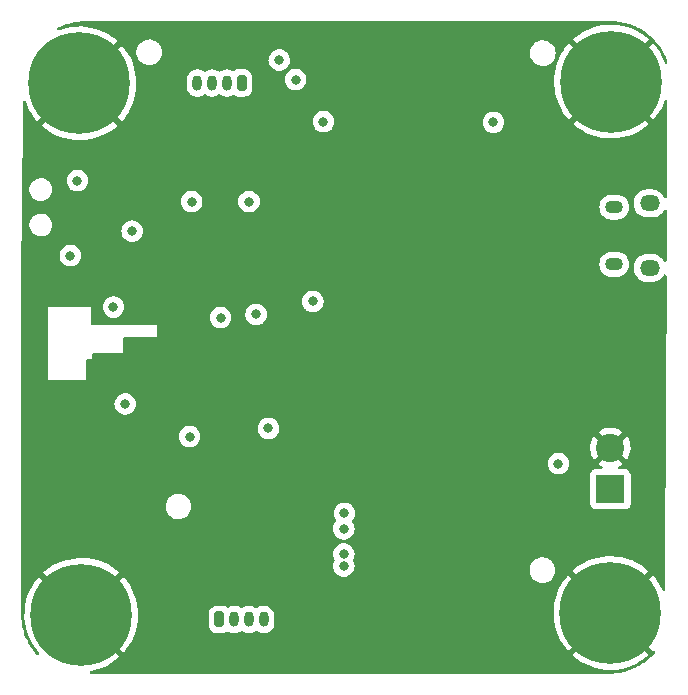
<source format=gbr>
%TF.GenerationSoftware,KiCad,Pcbnew,(5.99.0-7547-g7565f60a03)*%
%TF.CreationDate,2020-12-15T07:52:55+08:00*%
%TF.ProjectId,STM32F4_REV2,53544d33-3246-4345-9f52-4556322e6b69,rev?*%
%TF.SameCoordinates,Original*%
%TF.FileFunction,Copper,L2,Inr*%
%TF.FilePolarity,Positive*%
%FSLAX46Y46*%
G04 Gerber Fmt 4.6, Leading zero omitted, Abs format (unit mm)*
G04 Created by KiCad (PCBNEW (5.99.0-7547-g7565f60a03)) date 2020-12-15 07:52:55*
%MOMM*%
%LPD*%
G01*
G04 APERTURE LIST*
G04 Aperture macros list*
%AMRoundRect*
0 Rectangle with rounded corners*
0 $1 Rounding radius*
0 $2 $3 $4 $5 $6 $7 $8 $9 X,Y pos of 4 corners*
0 Add a 4 corners polygon primitive as box body*
4,1,4,$2,$3,$4,$5,$6,$7,$8,$9,$2,$3,0*
0 Add four circle primitives for the rounded corners*
1,1,$1+$1,$2,$3,0*
1,1,$1+$1,$4,$5,0*
1,1,$1+$1,$6,$7,0*
1,1,$1+$1,$8,$9,0*
0 Add four rect primitives between the rounded corners*
20,1,$1+$1,$2,$3,$4,$5,0*
20,1,$1+$1,$4,$5,$6,$7,0*
20,1,$1+$1,$6,$7,$8,$9,0*
20,1,$1+$1,$8,$9,$2,$3,0*%
G04 Aperture macros list end*
%TA.AperFunction,ComponentPad*%
%ADD10O,1.700000X1.350000*%
%TD*%
%TA.AperFunction,ComponentPad*%
%ADD11O,1.500000X1.100000*%
%TD*%
%TA.AperFunction,ComponentPad*%
%ADD12R,2.400000X2.400000*%
%TD*%
%TA.AperFunction,ComponentPad*%
%ADD13C,2.400000*%
%TD*%
%TA.AperFunction,ComponentPad*%
%ADD14RoundRect,0.200000X0.200000X0.450000X-0.200000X0.450000X-0.200000X-0.450000X0.200000X-0.450000X0*%
%TD*%
%TA.AperFunction,ComponentPad*%
%ADD15O,0.800000X1.300000*%
%TD*%
%TA.AperFunction,ComponentPad*%
%ADD16C,0.900000*%
%TD*%
%TA.AperFunction,ComponentPad*%
%ADD17C,8.600000*%
%TD*%
%TA.AperFunction,ComponentPad*%
%ADD18RoundRect,0.200000X-0.200000X-0.450000X0.200000X-0.450000X0.200000X0.450000X-0.200000X0.450000X0*%
%TD*%
%TA.AperFunction,ViaPad*%
%ADD19C,0.800000*%
%TD*%
G04 APERTURE END LIST*
D10*
%TO.N,no_connect_43*%
%TO.C,J5*%
X138475000Y-81425000D03*
D11*
X135475000Y-81735000D03*
D10*
X138475000Y-86885000D03*
D11*
X135475000Y-86575000D03*
%TD*%
D12*
%TO.N,+12V*%
%TO.C,J1*%
X135150000Y-105620000D03*
D13*
%TO.N,GND*%
X135150000Y-102120000D03*
%TD*%
D14*
%TO.N,no_connect_38*%
%TO.C,J3*%
X103925000Y-71225000D03*
D15*
%TO.N,12C1_SCL*%
X102675000Y-71225000D03*
%TO.N,12C1_SDA*%
X101425000Y-71225000D03*
%TO.N,no_connect_39*%
X100175000Y-71225000D03*
%TD*%
D16*
%TO.N,GND*%
%TO.C,H2*%
X132919581Y-73390419D03*
X135200000Y-74335000D03*
X138425000Y-71110000D03*
X137480419Y-68829581D03*
D17*
X135200000Y-71110000D03*
D16*
X132919581Y-68829581D03*
X135200000Y-67885000D03*
X131975000Y-71110000D03*
X137480419Y-73390419D03*
%TD*%
%TO.N,GND*%
%TO.C,H4*%
X90200000Y-74475000D03*
X92480419Y-73530419D03*
X86975000Y-71250000D03*
X87919581Y-68969581D03*
X87919581Y-73530419D03*
X90200000Y-68025000D03*
X93425000Y-71250000D03*
X92480419Y-68969581D03*
D17*
X90200000Y-71250000D03*
%TD*%
D18*
%TO.N,no_connect_40*%
%TO.C,J4*%
X102050000Y-116650000D03*
D15*
%TO.N,USART3_TX*%
X103300000Y-116650000D03*
%TO.N,USART3_RX*%
X104550000Y-116650000D03*
%TO.N,no_connect_41*%
X105800000Y-116650000D03*
%TD*%
D16*
%TO.N,GND*%
%TO.C,H1*%
X93575000Y-116250000D03*
X92630419Y-118530419D03*
X92630419Y-113969581D03*
X90350000Y-113025000D03*
X87125000Y-116250000D03*
X90350000Y-119475000D03*
X88069581Y-113969581D03*
D17*
X90350000Y-116250000D03*
D16*
X88069581Y-118530419D03*
%TD*%
%TO.N,GND*%
%TO.C,H3*%
X132869581Y-113819581D03*
X135150000Y-112875000D03*
X135150000Y-119325000D03*
X137430419Y-113819581D03*
X131925000Y-116100000D03*
D17*
X135150000Y-116100000D03*
D16*
X132869581Y-118380419D03*
X137430419Y-118380419D03*
X138375000Y-116100000D03*
%TD*%
D19*
%TO.N,GND*%
X119125000Y-98125000D03*
X119100000Y-96975000D03*
X119100000Y-95800000D03*
%TO.N,+3V3*%
X109950000Y-89725000D03*
%TO.N,GND*%
X133625000Y-83150000D03*
X132700000Y-83175000D03*
X132725000Y-82150000D03*
X133575000Y-82150000D03*
X128850000Y-102275000D03*
X128850000Y-101375000D03*
X128050000Y-98750000D03*
X127125000Y-98750000D03*
X127125000Y-97850000D03*
X128050000Y-97850000D03*
X128050000Y-96925000D03*
X127125000Y-96925000D03*
X107925000Y-99725000D03*
X109825000Y-87825000D03*
X118725000Y-110850000D03*
X116775000Y-74025000D03*
X125225000Y-72400000D03*
X107600000Y-103250000D03*
X122150000Y-104975000D03*
X93875000Y-87600000D03*
X89475000Y-97125000D03*
X112900000Y-74125000D03*
X128450000Y-93250000D03*
X92700000Y-96050000D03*
X118750000Y-112425000D03*
X112675000Y-88950000D03*
X94825000Y-89000000D03*
X114225000Y-74100000D03*
X129800000Y-82575000D03*
X97025000Y-101200000D03*
X89700000Y-101000000D03*
X96225000Y-88800000D03*
X95600000Y-87050000D03*
X89975000Y-83275000D03*
X89750000Y-88125000D03*
X118725000Y-109000000D03*
X92625000Y-94775000D03*
X127775000Y-106350000D03*
X118775000Y-107725000D03*
%TO.N,+3V3*%
X112625000Y-107675000D03*
X99700000Y-81275000D03*
X94650000Y-83775000D03*
X106200000Y-100475000D03*
X112575000Y-112125000D03*
X94075000Y-98400000D03*
X130750000Y-103450000D03*
X93075000Y-90200000D03*
X104550000Y-81275000D03*
X112575000Y-108975000D03*
X125250000Y-74550000D03*
X112575000Y-111100000D03*
X110850000Y-74500000D03*
X90025000Y-79500000D03*
X89425000Y-85850000D03*
X99525000Y-101175000D03*
%TO.N,SWDIO*%
X105148942Y-90823942D03*
X108500000Y-70950000D03*
%TO.N,NRST*%
X102150000Y-91100000D03*
X107112852Y-69281456D03*
%TD*%
%TA.AperFunction,Conductor*%
%TO.N,GND*%
G36*
X135189223Y-66009729D02*
G01*
X135201168Y-66011729D01*
X135201175Y-66011730D01*
X135205962Y-66012531D01*
X135320579Y-66013838D01*
X135388982Y-66014618D01*
X135393041Y-66014730D01*
X135516174Y-66020106D01*
X135521660Y-66020465D01*
X135847170Y-66048944D01*
X135852633Y-66049543D01*
X135949176Y-66062252D01*
X135954603Y-66063087D01*
X136276426Y-66119833D01*
X136281808Y-66120904D01*
X136376865Y-66141978D01*
X136382190Y-66143281D01*
X136697855Y-66227865D01*
X136703133Y-66229403D01*
X136795995Y-66258683D01*
X136801199Y-66260450D01*
X136995927Y-66331324D01*
X137108233Y-66372200D01*
X137113327Y-66374180D01*
X137168177Y-66396899D01*
X137203368Y-66411476D01*
X137208399Y-66413690D01*
X137504493Y-66551761D01*
X137509423Y-66554192D01*
X137538506Y-66569331D01*
X137595844Y-66599180D01*
X137600650Y-66601817D01*
X137883658Y-66765213D01*
X137888335Y-66768051D01*
X137970457Y-66820369D01*
X137975003Y-66823406D01*
X138242672Y-67010831D01*
X138247104Y-67014081D01*
X138324394Y-67073387D01*
X138328672Y-67076820D01*
X138482638Y-67206013D01*
X138578963Y-67286839D01*
X138583096Y-67290464D01*
X138654941Y-67356298D01*
X138658912Y-67360100D01*
X138720096Y-67421284D01*
X138889945Y-67591134D01*
X138893691Y-67595046D01*
X138950313Y-67656838D01*
X138959531Y-67666898D01*
X138963155Y-67671030D01*
X139169345Y-67916757D01*
X139173182Y-67921330D01*
X139176623Y-67925618D01*
X139235917Y-68002893D01*
X139239167Y-68007325D01*
X139426580Y-68274976D01*
X139429634Y-68279547D01*
X139481953Y-68361671D01*
X139484800Y-68366363D01*
X139639188Y-68633769D01*
X139648184Y-68649351D01*
X139650812Y-68654140D01*
X139679250Y-68708769D01*
X139695798Y-68740557D01*
X139698229Y-68745487D01*
X139836327Y-69041639D01*
X139838524Y-69046631D01*
X139875837Y-69136714D01*
X139877789Y-69141737D01*
X139903652Y-69212793D01*
X139975582Y-69410421D01*
X139983180Y-69454077D01*
X139983074Y-69477844D01*
X139962768Y-69545875D01*
X139908906Y-69592128D01*
X139838587Y-69601918D01*
X139774139Y-69572138D01*
X139737379Y-69516636D01*
X139700216Y-69403605D01*
X139698179Y-69398243D01*
X139527031Y-69002744D01*
X139524527Y-68997610D01*
X139318238Y-68619248D01*
X139315275Y-68614357D01*
X139075546Y-68256252D01*
X139072151Y-68251649D01*
X138800961Y-67916757D01*
X138797155Y-67912469D01*
X138789859Y-67904967D01*
X138776027Y-67897161D01*
X138774659Y-67897240D01*
X138767334Y-67901876D01*
X135572022Y-71097188D01*
X135564408Y-71111132D01*
X135564539Y-71112965D01*
X135568790Y-71119580D01*
X138763478Y-74314268D01*
X138776924Y-74321610D01*
X138786760Y-74314690D01*
X139011440Y-74048818D01*
X139014937Y-74044277D01*
X139262106Y-73691281D01*
X139265173Y-73686450D01*
X139479339Y-73312495D01*
X139481951Y-73307413D01*
X139661347Y-72915578D01*
X139663485Y-72910286D01*
X139723423Y-72740083D01*
X139764916Y-72682474D01*
X139830969Y-72656443D01*
X139900609Y-72670255D01*
X139951726Y-72719524D01*
X139968268Y-72782500D01*
X139932312Y-80807971D01*
X139912005Y-80876001D01*
X139858141Y-80922253D01*
X139787823Y-80932042D01*
X139723375Y-80902260D01*
X139698028Y-80871829D01*
X139630009Y-80757500D01*
X139611517Y-80726417D01*
X139526662Y-80629659D01*
X139471920Y-80567238D01*
X139471917Y-80567235D01*
X139468109Y-80562893D01*
X139297303Y-80428240D01*
X139292192Y-80425551D01*
X139292189Y-80425549D01*
X139179204Y-80366105D01*
X139104819Y-80326969D01*
X138897103Y-80262472D01*
X138876311Y-80260011D01*
X138723603Y-80241936D01*
X138723596Y-80241936D01*
X138719916Y-80241500D01*
X138245587Y-80241500D01*
X138083413Y-80256402D01*
X138077851Y-80257971D01*
X138077849Y-80257971D01*
X137978747Y-80285921D01*
X137874080Y-80315440D01*
X137868897Y-80317996D01*
X137684190Y-80409082D01*
X137684186Y-80409085D01*
X137679010Y-80411637D01*
X137674384Y-80415091D01*
X137674383Y-80415092D01*
X137522304Y-80528655D01*
X137504738Y-80541772D01*
X137500824Y-80546006D01*
X137500822Y-80546008D01*
X137361616Y-80696602D01*
X137357100Y-80701487D01*
X137354019Y-80706370D01*
X137246990Y-80876001D01*
X137241039Y-80885432D01*
X137160443Y-81087448D01*
X137159317Y-81093108D01*
X137159316Y-81093112D01*
X137119138Y-81295101D01*
X137118011Y-81300768D01*
X137117935Y-81306543D01*
X137117935Y-81306547D01*
X137117613Y-81331147D01*
X137115164Y-81518249D01*
X137116143Y-81523946D01*
X137116143Y-81523947D01*
X137151018Y-81726909D01*
X137151997Y-81732606D01*
X137227277Y-81936662D01*
X137338483Y-82123583D01*
X137359127Y-82147123D01*
X137478080Y-82282762D01*
X137478083Y-82282765D01*
X137481891Y-82287107D01*
X137652697Y-82421760D01*
X137657808Y-82424449D01*
X137657811Y-82424451D01*
X137689110Y-82440918D01*
X137845181Y-82523031D01*
X138052897Y-82587528D01*
X138058634Y-82588207D01*
X138226397Y-82608064D01*
X138226404Y-82608064D01*
X138230084Y-82608500D01*
X138704413Y-82608500D01*
X138866587Y-82593598D01*
X138872149Y-82592029D01*
X138872151Y-82592029D01*
X138995974Y-82557107D01*
X139075920Y-82534560D01*
X139159136Y-82493523D01*
X139265810Y-82440918D01*
X139265814Y-82440915D01*
X139270990Y-82438363D01*
X139289621Y-82424451D01*
X139440638Y-82311681D01*
X139440639Y-82311680D01*
X139445262Y-82308228D01*
X139449178Y-82303992D01*
X139588980Y-82152754D01*
X139588982Y-82152752D01*
X139592900Y-82148513D01*
X139597492Y-82141236D01*
X139694160Y-81988026D01*
X139747427Y-81941088D01*
X139817614Y-81930399D01*
X139882438Y-81959354D01*
X139921318Y-82018758D01*
X139926721Y-82055826D01*
X139919670Y-83629659D01*
X139908295Y-86168764D01*
X139908033Y-86227160D01*
X139887726Y-86295191D01*
X139833862Y-86341443D01*
X139763544Y-86351232D01*
X139699096Y-86321450D01*
X139673749Y-86291019D01*
X139614470Y-86191381D01*
X139611517Y-86186417D01*
X139561811Y-86129739D01*
X139471920Y-86027238D01*
X139471917Y-86027235D01*
X139468109Y-86022893D01*
X139297303Y-85888240D01*
X139292192Y-85885551D01*
X139292189Y-85885549D01*
X139160904Y-85816477D01*
X139104819Y-85786969D01*
X138897103Y-85722472D01*
X138877373Y-85720137D01*
X138723603Y-85701936D01*
X138723596Y-85701936D01*
X138719916Y-85701500D01*
X138245587Y-85701500D01*
X138083413Y-85716402D01*
X138077851Y-85717971D01*
X138077849Y-85717971D01*
X137978747Y-85745921D01*
X137874080Y-85775440D01*
X137868897Y-85777996D01*
X137684190Y-85869082D01*
X137684186Y-85869085D01*
X137679010Y-85871637D01*
X137674384Y-85875091D01*
X137674383Y-85875092D01*
X137656776Y-85888240D01*
X137504738Y-86001772D01*
X137500824Y-86006006D01*
X137500822Y-86006008D01*
X137475536Y-86033363D01*
X137357100Y-86161487D01*
X137354019Y-86166370D01*
X137344111Y-86182074D01*
X137241039Y-86345432D01*
X137160443Y-86547448D01*
X137159317Y-86553108D01*
X137159316Y-86553112D01*
X137126895Y-86716105D01*
X137118011Y-86760768D01*
X137117935Y-86766543D01*
X137117935Y-86766547D01*
X137117643Y-86788846D01*
X137115164Y-86978249D01*
X137151997Y-87192606D01*
X137227277Y-87396662D01*
X137338483Y-87583583D01*
X137360346Y-87608513D01*
X137478080Y-87742762D01*
X137478083Y-87742765D01*
X137481891Y-87747107D01*
X137652697Y-87881760D01*
X137657808Y-87884449D01*
X137657811Y-87884451D01*
X137689110Y-87900918D01*
X137845181Y-87983031D01*
X138052897Y-88047528D01*
X138058634Y-88048207D01*
X138226397Y-88068064D01*
X138226404Y-88068064D01*
X138230084Y-88068500D01*
X138704413Y-88068500D01*
X138866587Y-88053598D01*
X138872149Y-88052029D01*
X138872151Y-88052029D01*
X138971254Y-88024079D01*
X139075920Y-87994560D01*
X139104758Y-87980339D01*
X139265810Y-87900918D01*
X139265814Y-87900915D01*
X139270990Y-87898363D01*
X139289621Y-87884451D01*
X139440638Y-87771681D01*
X139440639Y-87771680D01*
X139445262Y-87768228D01*
X139449178Y-87763992D01*
X139588980Y-87612754D01*
X139588982Y-87612752D01*
X139592900Y-87608513D01*
X139595981Y-87603630D01*
X139595984Y-87603626D01*
X139669523Y-87487074D01*
X139722790Y-87440135D01*
X139792977Y-87429446D01*
X139857801Y-87458401D01*
X139896681Y-87517805D01*
X139902084Y-87554874D01*
X139857565Y-97491504D01*
X139785354Y-113609248D01*
X139783189Y-114092369D01*
X139762882Y-114160399D01*
X139709018Y-114206651D01*
X139638700Y-114216440D01*
X139574252Y-114186658D01*
X139541553Y-114141844D01*
X139477035Y-113992752D01*
X139474527Y-113987610D01*
X139268238Y-113609248D01*
X139265275Y-113604357D01*
X139025546Y-113246252D01*
X139022151Y-113241649D01*
X138750961Y-112906757D01*
X138747155Y-112902469D01*
X138739859Y-112894967D01*
X138726027Y-112887161D01*
X138724659Y-112887240D01*
X138717334Y-112891876D01*
X135522022Y-116087188D01*
X135514408Y-116101132D01*
X135514539Y-116102965D01*
X135518790Y-116109580D01*
X138713478Y-119304268D01*
X138726923Y-119311610D01*
X138741523Y-119301338D01*
X138808746Y-119278501D01*
X138877645Y-119295632D01*
X138926345Y-119347293D01*
X138939383Y-119417082D01*
X138908689Y-119487543D01*
X138900310Y-119497082D01*
X138896726Y-119500992D01*
X138665197Y-119743044D01*
X138661469Y-119746780D01*
X138590086Y-119815338D01*
X138586188Y-119818926D01*
X138538043Y-119861393D01*
X138501135Y-119878644D01*
X138496600Y-119892708D01*
X138475783Y-119916311D01*
X138452298Y-119937026D01*
X138335009Y-120040483D01*
X138330929Y-120043931D01*
X138254034Y-120106167D01*
X138249811Y-120109439D01*
X137980803Y-120308901D01*
X137976466Y-120311977D01*
X137894525Y-120367511D01*
X137890070Y-120370394D01*
X137605114Y-120546369D01*
X137600510Y-120549079D01*
X137514225Y-120597437D01*
X137509511Y-120599949D01*
X137210669Y-120751159D01*
X137205852Y-120753470D01*
X137115774Y-120794349D01*
X137110864Y-120796452D01*
X136800324Y-120921794D01*
X136795330Y-120923688D01*
X136702102Y-120956796D01*
X136697031Y-120958477D01*
X136376945Y-121057081D01*
X136371814Y-121058543D01*
X136276107Y-121083638D01*
X136270966Y-121084870D01*
X135943660Y-121156013D01*
X135938430Y-121157035D01*
X135840948Y-121173932D01*
X135835691Y-121174728D01*
X135503547Y-121217893D01*
X135498279Y-121218465D01*
X135374340Y-121229254D01*
X135370391Y-121229536D01*
X135186738Y-121239720D01*
X135182338Y-121240601D01*
X135179257Y-121240993D01*
X135163356Y-121242000D01*
X91175881Y-121242000D01*
X91107760Y-121221998D01*
X91061267Y-121168342D01*
X91051163Y-121098068D01*
X91080657Y-121033488D01*
X91140383Y-120995104D01*
X91157910Y-120991288D01*
X91249044Y-120978156D01*
X91254639Y-120977088D01*
X91673867Y-120877214D01*
X91679347Y-120875643D01*
X92087787Y-120738187D01*
X92093117Y-120736119D01*
X92487419Y-120562212D01*
X92492526Y-120559677D01*
X92869438Y-120350751D01*
X92874316Y-120347750D01*
X93230716Y-120105541D01*
X93235329Y-120102090D01*
X93554890Y-119839599D01*
X93563351Y-119827167D01*
X93557101Y-119816311D01*
X93418312Y-119677522D01*
X131938018Y-119677522D01*
X131938098Y-119678653D01*
X131943080Y-119686228D01*
X131977672Y-119719402D01*
X131981951Y-119723148D01*
X132318774Y-119992030D01*
X132323357Y-119995360D01*
X132683160Y-120232606D01*
X132688056Y-120235524D01*
X133067837Y-120439161D01*
X133073010Y-120441640D01*
X133469703Y-120610026D01*
X133475038Y-120612010D01*
X133885357Y-120743749D01*
X133890880Y-120745249D01*
X134311437Y-120839256D01*
X134317060Y-120840247D01*
X134744420Y-120895751D01*
X134750126Y-120896230D01*
X135180738Y-120912773D01*
X135186464Y-120912733D01*
X135616809Y-120890179D01*
X135622493Y-120889622D01*
X136049044Y-120828156D01*
X136054639Y-120827088D01*
X136473867Y-120727214D01*
X136479347Y-120725643D01*
X136887787Y-120588187D01*
X136893117Y-120586119D01*
X137287419Y-120412212D01*
X137292526Y-120409677D01*
X137669438Y-120200751D01*
X137674316Y-120197750D01*
X138030716Y-119955541D01*
X138035315Y-119952100D01*
X138312457Y-119724454D01*
X138346262Y-119710079D01*
X138350527Y-119696011D01*
X138363351Y-119677167D01*
X138357101Y-119666311D01*
X135162812Y-116472022D01*
X135148868Y-116464408D01*
X135147035Y-116464539D01*
X135140420Y-116468790D01*
X131945632Y-119663578D01*
X131938018Y-119677522D01*
X93418312Y-119677522D01*
X89991922Y-116251132D01*
X90714408Y-116251132D01*
X90714539Y-116252965D01*
X90718790Y-116259580D01*
X93913478Y-119454268D01*
X93926924Y-119461610D01*
X93936760Y-119454690D01*
X94161440Y-119188818D01*
X94164937Y-119184277D01*
X94412106Y-118831281D01*
X94415173Y-118826450D01*
X94629339Y-118452495D01*
X94631951Y-118447413D01*
X94811347Y-118055578D01*
X94813485Y-118050286D01*
X94956628Y-117643810D01*
X94958281Y-117638336D01*
X95063993Y-117220567D01*
X95065144Y-117214961D01*
X95132559Y-116789315D01*
X95133194Y-116783653D01*
X95161828Y-116352547D01*
X95161962Y-116349040D01*
X95162981Y-116251773D01*
X95162919Y-116248225D01*
X95157121Y-116120525D01*
X101141500Y-116120525D01*
X101141500Y-117141317D01*
X101157096Y-117270194D01*
X101217694Y-117430562D01*
X101221995Y-117436820D01*
X101309694Y-117564422D01*
X101314796Y-117571846D01*
X101320466Y-117576898D01*
X101320467Y-117576899D01*
X101437123Y-117680836D01*
X101437125Y-117680838D01*
X101442796Y-117685890D01*
X101449505Y-117689442D01*
X101449509Y-117689445D01*
X101587589Y-117762555D01*
X101587592Y-117762556D01*
X101594304Y-117766110D01*
X101601673Y-117767961D01*
X101610436Y-117770162D01*
X101760575Y-117807874D01*
X101766338Y-117808237D01*
X101766341Y-117808237D01*
X101768530Y-117808375D01*
X101768546Y-117808376D01*
X101770525Y-117808500D01*
X102291317Y-117808500D01*
X102420194Y-117792904D01*
X102580562Y-117732306D01*
X102671302Y-117669942D01*
X102738771Y-117647842D01*
X102807478Y-117665727D01*
X102816728Y-117671845D01*
X102837905Y-117687231D01*
X102837912Y-117687235D01*
X102843251Y-117691114D01*
X102849279Y-117693798D01*
X102849281Y-117693799D01*
X102941798Y-117734990D01*
X103017714Y-117768790D01*
X103111114Y-117788643D01*
X103198057Y-117807124D01*
X103198062Y-117807124D01*
X103204514Y-117808496D01*
X103395487Y-117808496D01*
X103401939Y-117807124D01*
X103401944Y-117807124D01*
X103488887Y-117788643D01*
X103582287Y-117768790D01*
X103658203Y-117734990D01*
X103750720Y-117693799D01*
X103750722Y-117693798D01*
X103756750Y-117691114D01*
X103833704Y-117635204D01*
X103850941Y-117622681D01*
X103917809Y-117598823D01*
X103986960Y-117614904D01*
X103999062Y-117622682D01*
X104058309Y-117665727D01*
X104093251Y-117691114D01*
X104099279Y-117693798D01*
X104099281Y-117693799D01*
X104191798Y-117734990D01*
X104267714Y-117768790D01*
X104361114Y-117788643D01*
X104448057Y-117807124D01*
X104448062Y-117807124D01*
X104454514Y-117808496D01*
X104645487Y-117808496D01*
X104651939Y-117807124D01*
X104651944Y-117807124D01*
X104738887Y-117788643D01*
X104832287Y-117768790D01*
X104908203Y-117734990D01*
X105000720Y-117693799D01*
X105000722Y-117693798D01*
X105006750Y-117691114D01*
X105083704Y-117635204D01*
X105100941Y-117622681D01*
X105167809Y-117598823D01*
X105236960Y-117614904D01*
X105249062Y-117622682D01*
X105308309Y-117665727D01*
X105343251Y-117691114D01*
X105349279Y-117693798D01*
X105349281Y-117693799D01*
X105441798Y-117734990D01*
X105517714Y-117768790D01*
X105611114Y-117788643D01*
X105698057Y-117807124D01*
X105698062Y-117807124D01*
X105704514Y-117808496D01*
X105895487Y-117808496D01*
X105901939Y-117807124D01*
X105901944Y-117807124D01*
X105988887Y-117788643D01*
X106082287Y-117768790D01*
X106158203Y-117734990D01*
X106250720Y-117693799D01*
X106250722Y-117693798D01*
X106256750Y-117691114D01*
X106285891Y-117669942D01*
X106405907Y-117582746D01*
X106405909Y-117582744D01*
X106411251Y-117578863D01*
X106425000Y-117563593D01*
X106534618Y-117441850D01*
X106534619Y-117441849D01*
X106539037Y-117436942D01*
X106634524Y-117271554D01*
X106693538Y-117089927D01*
X106708500Y-116947572D01*
X106708500Y-116352428D01*
X106699324Y-116265114D01*
X130339962Y-116265114D01*
X130340161Y-116270819D01*
X130374722Y-116700376D01*
X130375440Y-116706053D01*
X130448787Y-117130689D01*
X130450018Y-117136289D01*
X130561556Y-117552554D01*
X130563278Y-117557983D01*
X130712085Y-117962428D01*
X130714301Y-117967700D01*
X130899148Y-118356988D01*
X130901829Y-118362028D01*
X131121195Y-118732957D01*
X131124324Y-118737738D01*
X131376415Y-119087271D01*
X131379955Y-119091737D01*
X131562966Y-119302266D01*
X131576095Y-119310675D01*
X131586008Y-119304782D01*
X134777978Y-116112812D01*
X134785592Y-116098868D01*
X134785461Y-116097035D01*
X134781210Y-116090420D01*
X131588126Y-112897336D01*
X131574182Y-112889722D01*
X131573989Y-112889735D01*
X131565167Y-112895714D01*
X131443447Y-113029953D01*
X131439795Y-113034367D01*
X131180443Y-113378540D01*
X131177227Y-113383236D01*
X130950126Y-113749511D01*
X130947353Y-113754474D01*
X130754383Y-114139827D01*
X130752065Y-114145033D01*
X130594817Y-114546281D01*
X130592981Y-114551673D01*
X130472749Y-114965517D01*
X130471407Y-114971067D01*
X130389177Y-115394100D01*
X130388344Y-115399741D01*
X130344795Y-115828477D01*
X130344475Y-115834201D01*
X130339962Y-116265114D01*
X106699324Y-116265114D01*
X106697921Y-116251773D01*
X106694228Y-116216636D01*
X106694228Y-116216634D01*
X106693538Y-116210073D01*
X106634524Y-116028446D01*
X106539037Y-115863058D01*
X106411251Y-115721137D01*
X106256749Y-115608886D01*
X106250721Y-115606202D01*
X106088317Y-115533895D01*
X106088316Y-115533895D01*
X106082286Y-115531210D01*
X105968840Y-115507096D01*
X105901943Y-115492876D01*
X105901938Y-115492876D01*
X105895486Y-115491504D01*
X105704513Y-115491504D01*
X105698061Y-115492876D01*
X105698056Y-115492876D01*
X105631159Y-115507096D01*
X105517713Y-115531210D01*
X105511683Y-115533895D01*
X105511682Y-115533895D01*
X105349280Y-115606201D01*
X105349278Y-115606202D01*
X105343250Y-115608886D01*
X105337911Y-115612765D01*
X105337908Y-115612767D01*
X105249061Y-115677318D01*
X105182193Y-115701177D01*
X105113041Y-115685096D01*
X105100940Y-115677319D01*
X105012088Y-115612765D01*
X105006749Y-115608886D01*
X105000721Y-115606202D01*
X104838317Y-115533895D01*
X104838316Y-115533895D01*
X104832286Y-115531210D01*
X104718840Y-115507096D01*
X104651943Y-115492876D01*
X104651938Y-115492876D01*
X104645486Y-115491504D01*
X104454513Y-115491504D01*
X104448061Y-115492876D01*
X104448056Y-115492876D01*
X104381159Y-115507096D01*
X104267713Y-115531210D01*
X104261683Y-115533895D01*
X104261682Y-115533895D01*
X104099280Y-115606201D01*
X104099278Y-115606202D01*
X104093250Y-115608886D01*
X104087911Y-115612765D01*
X104087908Y-115612767D01*
X103999061Y-115677318D01*
X103932193Y-115701177D01*
X103863041Y-115685096D01*
X103850940Y-115677319D01*
X103762088Y-115612765D01*
X103756749Y-115608886D01*
X103750721Y-115606202D01*
X103588317Y-115533895D01*
X103588316Y-115533895D01*
X103582286Y-115531210D01*
X103468840Y-115507096D01*
X103401943Y-115492876D01*
X103401938Y-115492876D01*
X103395486Y-115491504D01*
X103204513Y-115491504D01*
X103198061Y-115492876D01*
X103198056Y-115492876D01*
X103131159Y-115507096D01*
X103017713Y-115531210D01*
X103011683Y-115533895D01*
X103011682Y-115533895D01*
X102849280Y-115606201D01*
X102849278Y-115606202D01*
X102843250Y-115608886D01*
X102836060Y-115614110D01*
X102819645Y-115626036D01*
X102752777Y-115649894D01*
X102683626Y-115633812D01*
X102669144Y-115623452D01*
X102669112Y-115623498D01*
X102662876Y-115619163D01*
X102657204Y-115614110D01*
X102650495Y-115610558D01*
X102650491Y-115610555D01*
X102512411Y-115537445D01*
X102512408Y-115537444D01*
X102505696Y-115533890D01*
X102495027Y-115531210D01*
X102409709Y-115509780D01*
X102339425Y-115492126D01*
X102333662Y-115491763D01*
X102333659Y-115491763D01*
X102331470Y-115491625D01*
X102331454Y-115491624D01*
X102329475Y-115491500D01*
X101808683Y-115491500D01*
X101679806Y-115507096D01*
X101519438Y-115567694D01*
X101513180Y-115571995D01*
X101399837Y-115649894D01*
X101378154Y-115664796D01*
X101373102Y-115670466D01*
X101373101Y-115670467D01*
X101314351Y-115736407D01*
X101264110Y-115792796D01*
X101260558Y-115799505D01*
X101260555Y-115799509D01*
X101187445Y-115937589D01*
X101183890Y-115944304D01*
X101142126Y-116110575D01*
X101141763Y-116116338D01*
X101141763Y-116116341D01*
X101141625Y-116118530D01*
X101141624Y-116118546D01*
X101141500Y-116120525D01*
X95157121Y-116120525D01*
X95143321Y-115816636D01*
X95142805Y-115810958D01*
X95084316Y-115383988D01*
X95083289Y-115378388D01*
X94986343Y-114958472D01*
X94984809Y-114952976D01*
X94850209Y-114543585D01*
X94848179Y-114538243D01*
X94677031Y-114142744D01*
X94674527Y-114137610D01*
X94468238Y-113759248D01*
X94465275Y-113754357D01*
X94225546Y-113396252D01*
X94222151Y-113391649D01*
X93950961Y-113056757D01*
X93947155Y-113052469D01*
X93939859Y-113044967D01*
X93926027Y-113037161D01*
X93924659Y-113037240D01*
X93917334Y-113041876D01*
X90722022Y-116237188D01*
X90714408Y-116251132D01*
X89991922Y-116251132D01*
X86788126Y-113047336D01*
X86774182Y-113039722D01*
X86773989Y-113039735D01*
X86765167Y-113045714D01*
X86643447Y-113179953D01*
X86639795Y-113184367D01*
X86380443Y-113528540D01*
X86377227Y-113533236D01*
X86150126Y-113899511D01*
X86147353Y-113904474D01*
X85954383Y-114289827D01*
X85952065Y-114295033D01*
X85794817Y-114696281D01*
X85792981Y-114701673D01*
X85672749Y-115115517D01*
X85671407Y-115121067D01*
X85589177Y-115544100D01*
X85588344Y-115549741D01*
X85544795Y-115978477D01*
X85544475Y-115984201D01*
X85539962Y-116415114D01*
X85540161Y-116420819D01*
X85574722Y-116850376D01*
X85575440Y-116856053D01*
X85648787Y-117280689D01*
X85650018Y-117286289D01*
X85761556Y-117702554D01*
X85763278Y-117707983D01*
X85912085Y-118112428D01*
X85914301Y-118117700D01*
X86099148Y-118506988D01*
X86101829Y-118512028D01*
X86321195Y-118882957D01*
X86324324Y-118887738D01*
X86562756Y-119218333D01*
X86586381Y-119285284D01*
X86583497Y-119297495D01*
X86636891Y-119314097D01*
X86662190Y-119336337D01*
X86774911Y-119466007D01*
X86804507Y-119530541D01*
X86794515Y-119600831D01*
X86748107Y-119654561D01*
X86680018Y-119674671D01*
X86611866Y-119654777D01*
X86586921Y-119633795D01*
X86540474Y-119583107D01*
X86536850Y-119578974D01*
X86470576Y-119499992D01*
X86442111Y-119434952D01*
X86445161Y-119415893D01*
X86383273Y-119391549D01*
X86364040Y-119373029D01*
X86326818Y-119328669D01*
X86323378Y-119324383D01*
X86313577Y-119311610D01*
X86264068Y-119247089D01*
X86260837Y-119242682D01*
X86152017Y-119087271D01*
X86073413Y-118975014D01*
X86070376Y-118970468D01*
X86018053Y-118888338D01*
X86015202Y-118883640D01*
X85996830Y-118851819D01*
X85851789Y-118600601D01*
X85849195Y-118595874D01*
X85804189Y-118509418D01*
X85801786Y-118504544D01*
X85663684Y-118208385D01*
X85661470Y-118203353D01*
X85624183Y-118113335D01*
X85622191Y-118108211D01*
X85616811Y-118093427D01*
X85528235Y-117850066D01*
X85510452Y-117801207D01*
X85508685Y-117796003D01*
X85487245Y-117728005D01*
X85479395Y-117703109D01*
X85477860Y-117697844D01*
X85475610Y-117689445D01*
X85393284Y-117382204D01*
X85391978Y-117376866D01*
X85370894Y-117281764D01*
X85369837Y-117276448D01*
X85313083Y-116954582D01*
X85312251Y-116949171D01*
X85311608Y-116944282D01*
X85304582Y-116890918D01*
X85299544Y-116852646D01*
X85298946Y-116847183D01*
X85270465Y-116521663D01*
X85270108Y-116516219D01*
X85264729Y-116393033D01*
X85264618Y-116388997D01*
X85264239Y-116355718D01*
X85262568Y-116209240D01*
X85259484Y-116189327D01*
X85258000Y-116170043D01*
X85258000Y-112676483D01*
X87139492Y-112676483D01*
X87139504Y-112676912D01*
X87144872Y-112685662D01*
X90337188Y-115877978D01*
X90351132Y-115885592D01*
X90352965Y-115885461D01*
X90359580Y-115881210D01*
X93553614Y-112687176D01*
X93561022Y-112673609D01*
X93554280Y-112663953D01*
X93315353Y-112459167D01*
X93310841Y-112455642D01*
X92959578Y-112206013D01*
X92954773Y-112202916D01*
X92582300Y-111986131D01*
X92577266Y-111983500D01*
X92186688Y-111801370D01*
X92181395Y-111799189D01*
X91775933Y-111653213D01*
X91770473Y-111651524D01*
X91353448Y-111542897D01*
X91347858Y-111541709D01*
X90922698Y-111471324D01*
X90917033Y-111470648D01*
X90487233Y-111439086D01*
X90481532Y-111438927D01*
X90050640Y-111446447D01*
X90044952Y-111446805D01*
X89616533Y-111493347D01*
X89610863Y-111494225D01*
X89188437Y-111579401D01*
X89182892Y-111580783D01*
X88769906Y-111703900D01*
X88764502Y-111705782D01*
X88364388Y-111865816D01*
X88359181Y-111868178D01*
X87975201Y-112063825D01*
X87970236Y-112066646D01*
X87605578Y-112296284D01*
X87600883Y-112299547D01*
X87258544Y-112561284D01*
X87254149Y-112564972D01*
X87147681Y-112662874D01*
X87139492Y-112676483D01*
X85258000Y-112676483D01*
X85258000Y-111100000D01*
X111661500Y-111100000D01*
X111681462Y-111289927D01*
X111740476Y-111471554D01*
X111743779Y-111477276D01*
X111743780Y-111477277D01*
X111785478Y-111549500D01*
X111802216Y-111618495D01*
X111785478Y-111675500D01*
X111740476Y-111753446D01*
X111681462Y-111935073D01*
X111680772Y-111941636D01*
X111680772Y-111941637D01*
X111676372Y-111983500D01*
X111661500Y-112125000D01*
X111662190Y-112131565D01*
X111679846Y-112299547D01*
X111681462Y-112314927D01*
X111740476Y-112496554D01*
X111743779Y-112502276D01*
X111743780Y-112502277D01*
X111758003Y-112526912D01*
X111835963Y-112661942D01*
X111840381Y-112666849D01*
X111840382Y-112666850D01*
X111935900Y-112772934D01*
X111963749Y-112803863D01*
X111969091Y-112807744D01*
X111969093Y-112807746D01*
X112092404Y-112897336D01*
X112118250Y-112916114D01*
X112124278Y-112918798D01*
X112124280Y-112918799D01*
X112286682Y-112991105D01*
X112292713Y-112993790D01*
X112386113Y-113013643D01*
X112473056Y-113032124D01*
X112473061Y-113032124D01*
X112479513Y-113033496D01*
X112670487Y-113033496D01*
X112676939Y-113032124D01*
X112676944Y-113032124D01*
X112763887Y-113013643D01*
X112857287Y-112993790D01*
X112863318Y-112991105D01*
X113025720Y-112918799D01*
X113025722Y-112918798D01*
X113031750Y-112916114D01*
X113057596Y-112897336D01*
X113180907Y-112807746D01*
X113180909Y-112807744D01*
X113186251Y-112803863D01*
X113214100Y-112772934D01*
X113309618Y-112666850D01*
X113309619Y-112666849D01*
X113314037Y-112661942D01*
X113363891Y-112575592D01*
X128315656Y-112575592D01*
X128354240Y-112778821D01*
X128430558Y-112971088D01*
X128433782Y-112976138D01*
X128433783Y-112976141D01*
X128479227Y-113047336D01*
X128541856Y-113145455D01*
X128684118Y-113295631D01*
X128688983Y-113299120D01*
X128688986Y-113299123D01*
X128847340Y-113412702D01*
X128847345Y-113412705D01*
X128852211Y-113416195D01*
X129040070Y-113502799D01*
X129045886Y-113504233D01*
X129045889Y-113504234D01*
X129235091Y-113550882D01*
X129235093Y-113550882D01*
X129240916Y-113552318D01*
X129246907Y-113552627D01*
X129246909Y-113552627D01*
X129306466Y-113555696D01*
X129447502Y-113562964D01*
X129453437Y-113562135D01*
X129453441Y-113562135D01*
X129574183Y-113545273D01*
X129652373Y-113534353D01*
X129794058Y-113485981D01*
X129842460Y-113469457D01*
X129842462Y-113469456D01*
X129848139Y-113467518D01*
X130027735Y-113364871D01*
X130184680Y-113230115D01*
X130313312Y-113068112D01*
X130321473Y-113052469D01*
X130406216Y-112890026D01*
X130406217Y-112890024D01*
X130408990Y-112884708D01*
X130468260Y-112686521D01*
X130470533Y-112663953D01*
X130484375Y-112526483D01*
X131939492Y-112526483D01*
X131939504Y-112526912D01*
X131944872Y-112535662D01*
X135137188Y-115727978D01*
X135151132Y-115735592D01*
X135152965Y-115735461D01*
X135159580Y-115731210D01*
X138353614Y-112537176D01*
X138361022Y-112523609D01*
X138354280Y-112513953D01*
X138115353Y-112309167D01*
X138110841Y-112305642D01*
X137759578Y-112056013D01*
X137754773Y-112052916D01*
X137382300Y-111836131D01*
X137377266Y-111833500D01*
X136986688Y-111651370D01*
X136981395Y-111649189D01*
X136575933Y-111503213D01*
X136570473Y-111501524D01*
X136153448Y-111392897D01*
X136147858Y-111391709D01*
X135722698Y-111321324D01*
X135717033Y-111320648D01*
X135287233Y-111289086D01*
X135281532Y-111288927D01*
X134850640Y-111296447D01*
X134844952Y-111296805D01*
X134416533Y-111343347D01*
X134410863Y-111344225D01*
X133988437Y-111429401D01*
X133982892Y-111430783D01*
X133569906Y-111553900D01*
X133564502Y-111555782D01*
X133164388Y-111715816D01*
X133159181Y-111718178D01*
X132775201Y-111913825D01*
X132770236Y-111916646D01*
X132405578Y-112146284D01*
X132400883Y-112149547D01*
X132058544Y-112411284D01*
X132054149Y-112414972D01*
X131947681Y-112512874D01*
X131939492Y-112526483D01*
X130484375Y-112526483D01*
X130487389Y-112496554D01*
X130488985Y-112480702D01*
X130489000Y-112475000D01*
X130487490Y-112459167D01*
X130480709Y-112388097D01*
X130469353Y-112269075D01*
X130411121Y-112070580D01*
X130407642Y-112063825D01*
X130319151Y-111892009D01*
X130319149Y-111892006D01*
X130316405Y-111886678D01*
X130216687Y-111759731D01*
X130192329Y-111728721D01*
X130192325Y-111728716D01*
X130188623Y-111724004D01*
X130032386Y-111588428D01*
X129853330Y-111484842D01*
X129657917Y-111416983D01*
X129651982Y-111416122D01*
X129651980Y-111416122D01*
X129459137Y-111388161D01*
X129459134Y-111388161D01*
X129453197Y-111387300D01*
X129246559Y-111396864D01*
X129117816Y-111427891D01*
X129051289Y-111443924D01*
X129051287Y-111443925D01*
X129045456Y-111445330D01*
X129039998Y-111447812D01*
X129039994Y-111447813D01*
X128939848Y-111493347D01*
X128857147Y-111530949D01*
X128688425Y-111650632D01*
X128545379Y-111800061D01*
X128542127Y-111805098D01*
X128542125Y-111805100D01*
X128453964Y-111941637D01*
X128433169Y-111973842D01*
X128430927Y-111979405D01*
X128362358Y-112149547D01*
X128355845Y-112165707D01*
X128354697Y-112171588D01*
X128354695Y-112171593D01*
X128327986Y-112308363D01*
X128316197Y-112368732D01*
X128315656Y-112575592D01*
X113363891Y-112575592D01*
X113391997Y-112526912D01*
X113406220Y-112502277D01*
X113406221Y-112502276D01*
X113409524Y-112496554D01*
X113468538Y-112314927D01*
X113470155Y-112299547D01*
X113487810Y-112131565D01*
X113488500Y-112125000D01*
X113473628Y-111983500D01*
X113469228Y-111941637D01*
X113469228Y-111941636D01*
X113468538Y-111935073D01*
X113409524Y-111753446D01*
X113364522Y-111675500D01*
X113347784Y-111606505D01*
X113364522Y-111549500D01*
X113406220Y-111477277D01*
X113406221Y-111477276D01*
X113409524Y-111471554D01*
X113468538Y-111289927D01*
X113488500Y-111100000D01*
X113468538Y-110910073D01*
X113409524Y-110728446D01*
X113314037Y-110563058D01*
X113186251Y-110421137D01*
X113180909Y-110417256D01*
X113180907Y-110417254D01*
X113037092Y-110312767D01*
X113037091Y-110312766D01*
X113031750Y-110308886D01*
X113025722Y-110306202D01*
X113025720Y-110306201D01*
X112863318Y-110233895D01*
X112863317Y-110233895D01*
X112857287Y-110231210D01*
X112763887Y-110211357D01*
X112676944Y-110192876D01*
X112676939Y-110192876D01*
X112670487Y-110191504D01*
X112479513Y-110191504D01*
X112473061Y-110192876D01*
X112473056Y-110192876D01*
X112386113Y-110211357D01*
X112292713Y-110231210D01*
X112286683Y-110233895D01*
X112286682Y-110233895D01*
X112124280Y-110306201D01*
X112124278Y-110306202D01*
X112118250Y-110308886D01*
X112112909Y-110312766D01*
X112112908Y-110312767D01*
X111969093Y-110417254D01*
X111969091Y-110417256D01*
X111963749Y-110421137D01*
X111835963Y-110563058D01*
X111740476Y-110728446D01*
X111681462Y-110910073D01*
X111661500Y-111100000D01*
X85258000Y-111100000D01*
X85258000Y-108975000D01*
X111661500Y-108975000D01*
X111681462Y-109164927D01*
X111740476Y-109346554D01*
X111835963Y-109511942D01*
X111963749Y-109653863D01*
X111969091Y-109657744D01*
X111969093Y-109657746D01*
X112112908Y-109762233D01*
X112118250Y-109766114D01*
X112124278Y-109768798D01*
X112124280Y-109768799D01*
X112286682Y-109841105D01*
X112292713Y-109843790D01*
X112386113Y-109863643D01*
X112473056Y-109882124D01*
X112473061Y-109882124D01*
X112479513Y-109883496D01*
X112670487Y-109883496D01*
X112676939Y-109882124D01*
X112676944Y-109882124D01*
X112763887Y-109863643D01*
X112857287Y-109843790D01*
X112863318Y-109841105D01*
X113025720Y-109768799D01*
X113025722Y-109768798D01*
X113031750Y-109766114D01*
X113037092Y-109762233D01*
X113180907Y-109657746D01*
X113180909Y-109657744D01*
X113186251Y-109653863D01*
X113314037Y-109511942D01*
X113409524Y-109346554D01*
X113468538Y-109164927D01*
X113488500Y-108975000D01*
X113468538Y-108785073D01*
X113409524Y-108603446D01*
X113314037Y-108438058D01*
X113309617Y-108433150D01*
X113305738Y-108427810D01*
X113307936Y-108426213D01*
X113282433Y-108373055D01*
X113291205Y-108302603D01*
X113313152Y-108268456D01*
X113359618Y-108216850D01*
X113359619Y-108216849D01*
X113364037Y-108211942D01*
X113446301Y-108069457D01*
X113456220Y-108052277D01*
X113456221Y-108052276D01*
X113459524Y-108046554D01*
X113518538Y-107864927D01*
X113521787Y-107834020D01*
X113537810Y-107681565D01*
X113538500Y-107675000D01*
X113528110Y-107576141D01*
X113519228Y-107491637D01*
X113519228Y-107491636D01*
X113518538Y-107485073D01*
X113459524Y-107303446D01*
X113453071Y-107292268D01*
X113407275Y-107212949D01*
X113364037Y-107138058D01*
X113309827Y-107077851D01*
X113240673Y-107001048D01*
X113240672Y-107001047D01*
X113236251Y-106996137D01*
X113230909Y-106992256D01*
X113230907Y-106992254D01*
X113087092Y-106887767D01*
X113087091Y-106887766D01*
X113081750Y-106883886D01*
X113075722Y-106881202D01*
X113075720Y-106881201D01*
X112913318Y-106808895D01*
X112913317Y-106808895D01*
X112907287Y-106806210D01*
X112813887Y-106786357D01*
X112726944Y-106767876D01*
X112726939Y-106767876D01*
X112720487Y-106766504D01*
X112529513Y-106766504D01*
X112523061Y-106767876D01*
X112523056Y-106767876D01*
X112436113Y-106786357D01*
X112342713Y-106806210D01*
X112336683Y-106808895D01*
X112336682Y-106808895D01*
X112174280Y-106881201D01*
X112174278Y-106881202D01*
X112168250Y-106883886D01*
X112162909Y-106887766D01*
X112162908Y-106887767D01*
X112019093Y-106992254D01*
X112019091Y-106992256D01*
X112013749Y-106996137D01*
X112009328Y-107001047D01*
X112009327Y-107001048D01*
X111940174Y-107077851D01*
X111885963Y-107138058D01*
X111842725Y-107212949D01*
X111796930Y-107292268D01*
X111790476Y-107303446D01*
X111731462Y-107485073D01*
X111730772Y-107491636D01*
X111730772Y-107491637D01*
X111721890Y-107576141D01*
X111711500Y-107675000D01*
X111712190Y-107681565D01*
X111728214Y-107834020D01*
X111731462Y-107864927D01*
X111790476Y-108046554D01*
X111793779Y-108052276D01*
X111793780Y-108052277D01*
X111803699Y-108069457D01*
X111885963Y-108211942D01*
X111890383Y-108216850D01*
X111894262Y-108222190D01*
X111892064Y-108223787D01*
X111917567Y-108276945D01*
X111908795Y-108347397D01*
X111886848Y-108381544D01*
X111846628Y-108426213D01*
X111835963Y-108438058D01*
X111740476Y-108603446D01*
X111681462Y-108785073D01*
X111661500Y-108975000D01*
X85258000Y-108975000D01*
X85258000Y-107175592D01*
X97490656Y-107175592D01*
X97504039Y-107246082D01*
X97520636Y-107333500D01*
X97529240Y-107378821D01*
X97605558Y-107571088D01*
X97716856Y-107745455D01*
X97859118Y-107895631D01*
X97863983Y-107899120D01*
X97863986Y-107899123D01*
X98022340Y-108012702D01*
X98022345Y-108012705D01*
X98027211Y-108016195D01*
X98215070Y-108102799D01*
X98220886Y-108104233D01*
X98220889Y-108104234D01*
X98410091Y-108150882D01*
X98410093Y-108150882D01*
X98415916Y-108152318D01*
X98421907Y-108152627D01*
X98421909Y-108152627D01*
X98481466Y-108155696D01*
X98622502Y-108162964D01*
X98628437Y-108162135D01*
X98628441Y-108162135D01*
X98749183Y-108145273D01*
X98827373Y-108134353D01*
X98969058Y-108085981D01*
X99017460Y-108069457D01*
X99017462Y-108069456D01*
X99023139Y-108067518D01*
X99202735Y-107964871D01*
X99359680Y-107830115D01*
X99488312Y-107668112D01*
X99491087Y-107662793D01*
X99581216Y-107490026D01*
X99581217Y-107490024D01*
X99583990Y-107484708D01*
X99643260Y-107286521D01*
X99663985Y-107080702D01*
X99664000Y-107075000D01*
X99644353Y-106869075D01*
X99586121Y-106670580D01*
X99536298Y-106573842D01*
X99494151Y-106492009D01*
X99494149Y-106492006D01*
X99491405Y-106486678D01*
X99419961Y-106395725D01*
X99367329Y-106328721D01*
X99367325Y-106328716D01*
X99363623Y-106324004D01*
X99207386Y-106188428D01*
X99028330Y-106084842D01*
X98832917Y-106016983D01*
X98826982Y-106016122D01*
X98826980Y-106016122D01*
X98634137Y-105988161D01*
X98634134Y-105988161D01*
X98628197Y-105987300D01*
X98421559Y-105996864D01*
X98292816Y-106027891D01*
X98226289Y-106043924D01*
X98226287Y-106043925D01*
X98220456Y-106045330D01*
X98214998Y-106047812D01*
X98214994Y-106047813D01*
X98101896Y-106099236D01*
X98032147Y-106130949D01*
X97863425Y-106250632D01*
X97720379Y-106400061D01*
X97717127Y-106405098D01*
X97717125Y-106405100D01*
X97664451Y-106486678D01*
X97608169Y-106573842D01*
X97605927Y-106579405D01*
X97571330Y-106665252D01*
X97530845Y-106765707D01*
X97529697Y-106771588D01*
X97529695Y-106771593D01*
X97493731Y-106955754D01*
X97491197Y-106968732D01*
X97490656Y-107175592D01*
X85258000Y-107175592D01*
X85258000Y-104420000D01*
X133436500Y-104420000D01*
X133436500Y-106820000D01*
X133441727Y-106893079D01*
X133482904Y-107033316D01*
X133487775Y-107040895D01*
X133557051Y-107148691D01*
X133557053Y-107148694D01*
X133561923Y-107156271D01*
X133568733Y-107162172D01*
X133665569Y-107246082D01*
X133665572Y-107246084D01*
X133672381Y-107251984D01*
X133680579Y-107255728D01*
X133785067Y-107303446D01*
X133805330Y-107312700D01*
X133814245Y-107313982D01*
X133814246Y-107313982D01*
X133945552Y-107332861D01*
X133945559Y-107332862D01*
X133950000Y-107333500D01*
X136350000Y-107333500D01*
X136423079Y-107328273D01*
X136507633Y-107303446D01*
X136554670Y-107289635D01*
X136554672Y-107289634D01*
X136563316Y-107287096D01*
X136627135Y-107246082D01*
X136678691Y-107212949D01*
X136678694Y-107212947D01*
X136686271Y-107208077D01*
X136692172Y-107201267D01*
X136776082Y-107104431D01*
X136776084Y-107104428D01*
X136781984Y-107097619D01*
X136826087Y-107001048D01*
X136838958Y-106972864D01*
X136838958Y-106972863D01*
X136842700Y-106964670D01*
X136855585Y-106875052D01*
X136862861Y-106824448D01*
X136862862Y-106824441D01*
X136863500Y-106820000D01*
X136863500Y-104420000D01*
X136858273Y-104346921D01*
X136827994Y-104243799D01*
X136819635Y-104215330D01*
X136819634Y-104215328D01*
X136817096Y-104206684D01*
X136763927Y-104123952D01*
X136742949Y-104091309D01*
X136742947Y-104091306D01*
X136738077Y-104083729D01*
X136731267Y-104077828D01*
X136634431Y-103993918D01*
X136634428Y-103993916D01*
X136627619Y-103988016D01*
X136494670Y-103927300D01*
X136485755Y-103926018D01*
X136485754Y-103926018D01*
X136354448Y-103907139D01*
X136354441Y-103907138D01*
X136350000Y-103906500D01*
X135939131Y-103906500D01*
X135871010Y-103886498D01*
X135824517Y-103832842D01*
X135814413Y-103762568D01*
X135843907Y-103697988D01*
X135887356Y-103667258D01*
X135886787Y-103666080D01*
X135899687Y-103659844D01*
X136116117Y-103534131D01*
X136123977Y-103528729D01*
X136151711Y-103506391D01*
X136160177Y-103494203D01*
X136153813Y-103483023D01*
X135162812Y-102492022D01*
X135148868Y-102484408D01*
X135147035Y-102484539D01*
X135140420Y-102488790D01*
X134146396Y-103482814D01*
X134139180Y-103496029D01*
X134146436Y-103506201D01*
X134161323Y-103518452D01*
X134169125Y-103523934D01*
X134384223Y-103651905D01*
X134392780Y-103656152D01*
X134411454Y-103663716D01*
X134467083Y-103707828D01*
X134490032Y-103775013D01*
X134473016Y-103843940D01*
X134421436Y-103892726D01*
X134364152Y-103906500D01*
X133950000Y-103906500D01*
X133876921Y-103911727D01*
X133823884Y-103927300D01*
X133745330Y-103950365D01*
X133745328Y-103950366D01*
X133736684Y-103952904D01*
X133729105Y-103957775D01*
X133621309Y-104027051D01*
X133621306Y-104027053D01*
X133613729Y-104031923D01*
X133607828Y-104038733D01*
X133523918Y-104135569D01*
X133523916Y-104135572D01*
X133518016Y-104142381D01*
X133457300Y-104275330D01*
X133456018Y-104284245D01*
X133456018Y-104284246D01*
X133437139Y-104415552D01*
X133437138Y-104415559D01*
X133436500Y-104420000D01*
X85258000Y-104420000D01*
X85258000Y-103450000D01*
X129836500Y-103450000D01*
X129856462Y-103639927D01*
X129858502Y-103646205D01*
X129858502Y-103646206D01*
X129865342Y-103667258D01*
X129915476Y-103821554D01*
X129918779Y-103827276D01*
X129918780Y-103827277D01*
X129952689Y-103886008D01*
X130010963Y-103986942D01*
X130138749Y-104128863D01*
X130144091Y-104132744D01*
X130144093Y-104132746D01*
X130235429Y-104199105D01*
X130293250Y-104241114D01*
X130299278Y-104243798D01*
X130299280Y-104243799D01*
X130461682Y-104316105D01*
X130467713Y-104318790D01*
X130561113Y-104338643D01*
X130648056Y-104357124D01*
X130648061Y-104357124D01*
X130654513Y-104358496D01*
X130845487Y-104358496D01*
X130851939Y-104357124D01*
X130851944Y-104357124D01*
X130938887Y-104338643D01*
X131032287Y-104318790D01*
X131038318Y-104316105D01*
X131200720Y-104243799D01*
X131200722Y-104243798D01*
X131206750Y-104241114D01*
X131264571Y-104199105D01*
X131355907Y-104132746D01*
X131355909Y-104132744D01*
X131361251Y-104128863D01*
X131489037Y-103986942D01*
X131547311Y-103886008D01*
X131581220Y-103827277D01*
X131581221Y-103827276D01*
X131584524Y-103821554D01*
X131634658Y-103667258D01*
X131641498Y-103646206D01*
X131641498Y-103646205D01*
X131643538Y-103639927D01*
X131663500Y-103450000D01*
X131643538Y-103260073D01*
X131584524Y-103078446D01*
X131489037Y-102913058D01*
X131361251Y-102771137D01*
X131355909Y-102767256D01*
X131355907Y-102767254D01*
X131212092Y-102662767D01*
X131212091Y-102662766D01*
X131206750Y-102658886D01*
X131200722Y-102656202D01*
X131200720Y-102656201D01*
X131038318Y-102583895D01*
X131038317Y-102583895D01*
X131032287Y-102581210D01*
X130938887Y-102561357D01*
X130851944Y-102542876D01*
X130851939Y-102542876D01*
X130845487Y-102541504D01*
X130654513Y-102541504D01*
X130648061Y-102542876D01*
X130648056Y-102542876D01*
X130561113Y-102561357D01*
X130467713Y-102581210D01*
X130461683Y-102583895D01*
X130461682Y-102583895D01*
X130299280Y-102656201D01*
X130299278Y-102656202D01*
X130293250Y-102658886D01*
X130287909Y-102662766D01*
X130287908Y-102662767D01*
X130144093Y-102767254D01*
X130144091Y-102767256D01*
X130138749Y-102771137D01*
X130010963Y-102913058D01*
X129915476Y-103078446D01*
X129856462Y-103260073D01*
X129836500Y-103450000D01*
X85258000Y-103450000D01*
X85258000Y-102195909D01*
X133439040Y-102195909D01*
X133439490Y-102205447D01*
X133470208Y-102453839D01*
X133472093Y-102463190D01*
X133540032Y-102704078D01*
X133543314Y-102713048D01*
X133646906Y-102940888D01*
X133651506Y-102949253D01*
X133764090Y-103121627D01*
X133774815Y-103130783D01*
X133784531Y-103126259D01*
X134777978Y-102132812D01*
X134784355Y-102121132D01*
X135514408Y-102121132D01*
X135514539Y-102122965D01*
X135518790Y-102129580D01*
X136512514Y-103123304D01*
X136523860Y-103129500D01*
X136536349Y-103119618D01*
X136639729Y-102964899D01*
X136644416Y-102956581D01*
X136750392Y-102729832D01*
X136753760Y-102720920D01*
X136824221Y-102480741D01*
X136826204Y-102471413D01*
X136859723Y-102221861D01*
X136860255Y-102215323D01*
X136862905Y-102123295D01*
X136862750Y-102116710D01*
X136843653Y-101865657D01*
X136842211Y-101856234D01*
X136785695Y-101612407D01*
X136782839Y-101603295D01*
X136690096Y-101370834D01*
X136685893Y-101362254D01*
X136559059Y-101146501D01*
X136553600Y-101138648D01*
X136536750Y-101117950D01*
X136524427Y-101109484D01*
X136513423Y-101115787D01*
X135522022Y-102107188D01*
X135514408Y-102121132D01*
X134784355Y-102121132D01*
X134785592Y-102118868D01*
X134785461Y-102117035D01*
X134781210Y-102110420D01*
X133788851Y-101118061D01*
X133776592Y-101111367D01*
X133765152Y-101119989D01*
X133701726Y-101205861D01*
X133696649Y-101213954D01*
X133580114Y-101435450D01*
X133576325Y-101444208D01*
X133494634Y-101680785D01*
X133492210Y-101690023D01*
X133447244Y-101936234D01*
X133446246Y-101945727D01*
X133439040Y-102195909D01*
X85258000Y-102195909D01*
X85258000Y-101175000D01*
X98611500Y-101175000D01*
X98631462Y-101364927D01*
X98633502Y-101371205D01*
X98633502Y-101371206D01*
X98637495Y-101383496D01*
X98690476Y-101546554D01*
X98785963Y-101711942D01*
X98790381Y-101716849D01*
X98790382Y-101716850D01*
X98909327Y-101848952D01*
X98913749Y-101853863D01*
X98919091Y-101857744D01*
X98919093Y-101857746D01*
X99062908Y-101962233D01*
X99068250Y-101966114D01*
X99074278Y-101968798D01*
X99074280Y-101968799D01*
X99236682Y-102041105D01*
X99242713Y-102043790D01*
X99336113Y-102063643D01*
X99423056Y-102082124D01*
X99423061Y-102082124D01*
X99429513Y-102083496D01*
X99620487Y-102083496D01*
X99626939Y-102082124D01*
X99626944Y-102082124D01*
X99713887Y-102063643D01*
X99807287Y-102043790D01*
X99813318Y-102041105D01*
X99975720Y-101968799D01*
X99975722Y-101968798D01*
X99981750Y-101966114D01*
X99987092Y-101962233D01*
X100130907Y-101857746D01*
X100130909Y-101857744D01*
X100136251Y-101853863D01*
X100140673Y-101848952D01*
X100259618Y-101716850D01*
X100259619Y-101716849D01*
X100264037Y-101711942D01*
X100359524Y-101546554D01*
X100412505Y-101383496D01*
X100416498Y-101371206D01*
X100416498Y-101371205D01*
X100418538Y-101364927D01*
X100438500Y-101175000D01*
X100418538Y-100985073D01*
X100359524Y-100803446D01*
X100264037Y-100638058D01*
X100253059Y-100625865D01*
X100140673Y-100501048D01*
X100140672Y-100501047D01*
X100136251Y-100496137D01*
X100130909Y-100492256D01*
X100130907Y-100492254D01*
X100107159Y-100475000D01*
X105286500Y-100475000D01*
X105306462Y-100664927D01*
X105308502Y-100671205D01*
X105308502Y-100671206D01*
X105337060Y-100759098D01*
X105365476Y-100846554D01*
X105460963Y-101011942D01*
X105465381Y-101016849D01*
X105465382Y-101016850D01*
X105554465Y-101115787D01*
X105588749Y-101153863D01*
X105594091Y-101157744D01*
X105594093Y-101157746D01*
X105737908Y-101262233D01*
X105743250Y-101266114D01*
X105749278Y-101268798D01*
X105749280Y-101268799D01*
X105911682Y-101341105D01*
X105917713Y-101343790D01*
X106011113Y-101363643D01*
X106098056Y-101382124D01*
X106098061Y-101382124D01*
X106104513Y-101383496D01*
X106295487Y-101383496D01*
X106301939Y-101382124D01*
X106301944Y-101382124D01*
X106388887Y-101363643D01*
X106482287Y-101343790D01*
X106488318Y-101341105D01*
X106650720Y-101268799D01*
X106650722Y-101268798D01*
X106656750Y-101266114D01*
X106662092Y-101262233D01*
X106805907Y-101157746D01*
X106805909Y-101157744D01*
X106811251Y-101153863D01*
X106845535Y-101115787D01*
X106934618Y-101016850D01*
X106934619Y-101016849D01*
X106939037Y-101011942D01*
X107034524Y-100846554D01*
X107062940Y-100759098D01*
X107067089Y-100746327D01*
X134141431Y-100746327D01*
X134148308Y-100759098D01*
X135137188Y-101747978D01*
X135151132Y-101755592D01*
X135152965Y-101755461D01*
X135159580Y-101751210D01*
X136153626Y-100757164D01*
X136160386Y-100744784D01*
X136153825Y-100736019D01*
X135987085Y-100625865D01*
X135978747Y-100621224D01*
X135751456Y-100516442D01*
X135742502Y-100513112D01*
X135501968Y-100443912D01*
X135492635Y-100441980D01*
X135244388Y-100409959D01*
X135234874Y-100409461D01*
X134984644Y-100415357D01*
X134975161Y-100416304D01*
X134728703Y-100459982D01*
X134719463Y-100462355D01*
X134482455Y-100542809D01*
X134473684Y-100546550D01*
X134251567Y-100661931D01*
X134243467Y-100666953D01*
X134149859Y-100735338D01*
X134141431Y-100746327D01*
X107067089Y-100746327D01*
X107091498Y-100671206D01*
X107091498Y-100671205D01*
X107093538Y-100664927D01*
X107113500Y-100475000D01*
X107110233Y-100443912D01*
X107094228Y-100291637D01*
X107094228Y-100291636D01*
X107093538Y-100285073D01*
X107087951Y-100267876D01*
X107036566Y-100109731D01*
X107034524Y-100103446D01*
X106939037Y-99938058D01*
X106811251Y-99796137D01*
X106805909Y-99792256D01*
X106805907Y-99792254D01*
X106662092Y-99687767D01*
X106662091Y-99687766D01*
X106656750Y-99683886D01*
X106650722Y-99681202D01*
X106650720Y-99681201D01*
X106488318Y-99608895D01*
X106488317Y-99608895D01*
X106482287Y-99606210D01*
X106388887Y-99586357D01*
X106301944Y-99567876D01*
X106301939Y-99567876D01*
X106295487Y-99566504D01*
X106104513Y-99566504D01*
X106098061Y-99567876D01*
X106098056Y-99567876D01*
X106011113Y-99586357D01*
X105917713Y-99606210D01*
X105911683Y-99608895D01*
X105911682Y-99608895D01*
X105749280Y-99681201D01*
X105749278Y-99681202D01*
X105743250Y-99683886D01*
X105737909Y-99687766D01*
X105737908Y-99687767D01*
X105594093Y-99792254D01*
X105594091Y-99792256D01*
X105588749Y-99796137D01*
X105460963Y-99938058D01*
X105365476Y-100103446D01*
X105363434Y-100109731D01*
X105312050Y-100267876D01*
X105306462Y-100285073D01*
X105305772Y-100291636D01*
X105305772Y-100291637D01*
X105289767Y-100443912D01*
X105286500Y-100475000D01*
X100107159Y-100475000D01*
X99987092Y-100387767D01*
X99987091Y-100387766D01*
X99981750Y-100383886D01*
X99975722Y-100381202D01*
X99975720Y-100381201D01*
X99813318Y-100308895D01*
X99813317Y-100308895D01*
X99807287Y-100306210D01*
X99707846Y-100285073D01*
X99626944Y-100267876D01*
X99626939Y-100267876D01*
X99620487Y-100266504D01*
X99429513Y-100266504D01*
X99423061Y-100267876D01*
X99423056Y-100267876D01*
X99342154Y-100285073D01*
X99242713Y-100306210D01*
X99236683Y-100308895D01*
X99236682Y-100308895D01*
X99074280Y-100381201D01*
X99074278Y-100381202D01*
X99068250Y-100383886D01*
X99062909Y-100387766D01*
X99062908Y-100387767D01*
X98919093Y-100492254D01*
X98919091Y-100492256D01*
X98913749Y-100496137D01*
X98909328Y-100501047D01*
X98909327Y-100501048D01*
X98796942Y-100625865D01*
X98785963Y-100638058D01*
X98690476Y-100803446D01*
X98631462Y-100985073D01*
X98611500Y-101175000D01*
X85258000Y-101175000D01*
X85258000Y-98400000D01*
X93161500Y-98400000D01*
X93181462Y-98589927D01*
X93240476Y-98771554D01*
X93335963Y-98936942D01*
X93463749Y-99078863D01*
X93469091Y-99082744D01*
X93469093Y-99082746D01*
X93612908Y-99187233D01*
X93618250Y-99191114D01*
X93624278Y-99193798D01*
X93624280Y-99193799D01*
X93786682Y-99266105D01*
X93792713Y-99268790D01*
X93886113Y-99288643D01*
X93973056Y-99307124D01*
X93973061Y-99307124D01*
X93979513Y-99308496D01*
X94170487Y-99308496D01*
X94176939Y-99307124D01*
X94176944Y-99307124D01*
X94263887Y-99288643D01*
X94357287Y-99268790D01*
X94363318Y-99266105D01*
X94525720Y-99193799D01*
X94525722Y-99193798D01*
X94531750Y-99191114D01*
X94537092Y-99187233D01*
X94680907Y-99082746D01*
X94680909Y-99082744D01*
X94686251Y-99078863D01*
X94814037Y-98936942D01*
X94909524Y-98771554D01*
X94968538Y-98589927D01*
X94988500Y-98400000D01*
X94968538Y-98210073D01*
X94909524Y-98028446D01*
X94814037Y-97863058D01*
X94686251Y-97721137D01*
X94680909Y-97717256D01*
X94680907Y-97717254D01*
X94537092Y-97612767D01*
X94537091Y-97612766D01*
X94531750Y-97608886D01*
X94525722Y-97606202D01*
X94525720Y-97606201D01*
X94363318Y-97533895D01*
X94363317Y-97533895D01*
X94357287Y-97531210D01*
X94263887Y-97511357D01*
X94176944Y-97492876D01*
X94176939Y-97492876D01*
X94170487Y-97491504D01*
X93979513Y-97491504D01*
X93973061Y-97492876D01*
X93973056Y-97492876D01*
X93886113Y-97511357D01*
X93792713Y-97531210D01*
X93786683Y-97533895D01*
X93786682Y-97533895D01*
X93624280Y-97606201D01*
X93624278Y-97606202D01*
X93618250Y-97608886D01*
X93612909Y-97612766D01*
X93612908Y-97612767D01*
X93469093Y-97717254D01*
X93469091Y-97717256D01*
X93463749Y-97721137D01*
X93335963Y-97863058D01*
X93240476Y-98028446D01*
X93181462Y-98210073D01*
X93161500Y-98400000D01*
X85258000Y-98400000D01*
X85258000Y-90200000D01*
X87550000Y-90200000D01*
X87550000Y-96400000D01*
X90750000Y-96400000D01*
X90750000Y-94726000D01*
X90770002Y-94657879D01*
X90823658Y-94611386D01*
X90876000Y-94600000D01*
X91225000Y-94600000D01*
X91225000Y-94251000D01*
X91245002Y-94182879D01*
X91298658Y-94136386D01*
X91351000Y-94125000D01*
X93875000Y-94125000D01*
X93875000Y-92901000D01*
X93895002Y-92832879D01*
X93948658Y-92786386D01*
X94001000Y-92775000D01*
X96775000Y-92775000D01*
X96775000Y-91750000D01*
X91276000Y-91750000D01*
X91207879Y-91729998D01*
X91161386Y-91676342D01*
X91150000Y-91624000D01*
X91150000Y-90200000D01*
X92161500Y-90200000D01*
X92181462Y-90389927D01*
X92240476Y-90571554D01*
X92335963Y-90736942D01*
X92463749Y-90878863D01*
X92469091Y-90882744D01*
X92469093Y-90882746D01*
X92612908Y-90987233D01*
X92618250Y-90991114D01*
X92624278Y-90993798D01*
X92624280Y-90993799D01*
X92683461Y-91020148D01*
X92792713Y-91068790D01*
X92886113Y-91088643D01*
X92973056Y-91107124D01*
X92973061Y-91107124D01*
X92979513Y-91108496D01*
X93170487Y-91108496D01*
X93176939Y-91107124D01*
X93176944Y-91107124D01*
X93210458Y-91100000D01*
X101236500Y-91100000D01*
X101256462Y-91289927D01*
X101315476Y-91471554D01*
X101410963Y-91636942D01*
X101538749Y-91778863D01*
X101544091Y-91782744D01*
X101544093Y-91782746D01*
X101687908Y-91887233D01*
X101693250Y-91891114D01*
X101699278Y-91893798D01*
X101699280Y-91893799D01*
X101861682Y-91966105D01*
X101867713Y-91968790D01*
X101961113Y-91988643D01*
X102048056Y-92007124D01*
X102048061Y-92007124D01*
X102054513Y-92008496D01*
X102245487Y-92008496D01*
X102251939Y-92007124D01*
X102251944Y-92007124D01*
X102338887Y-91988643D01*
X102432287Y-91968790D01*
X102438318Y-91966105D01*
X102600720Y-91893799D01*
X102600722Y-91893798D01*
X102606750Y-91891114D01*
X102612092Y-91887233D01*
X102755907Y-91782746D01*
X102755909Y-91782744D01*
X102761251Y-91778863D01*
X102889037Y-91636942D01*
X102984524Y-91471554D01*
X103043538Y-91289927D01*
X103063500Y-91100000D01*
X103043538Y-90910073D01*
X103015553Y-90823942D01*
X104235442Y-90823942D01*
X104236132Y-90830507D01*
X104253295Y-90993799D01*
X104255404Y-91013869D01*
X104314418Y-91195496D01*
X104409905Y-91360884D01*
X104414323Y-91365791D01*
X104414324Y-91365792D01*
X104533269Y-91497894D01*
X104537691Y-91502805D01*
X104543033Y-91506686D01*
X104543035Y-91506688D01*
X104686850Y-91611175D01*
X104692192Y-91615056D01*
X104698220Y-91617740D01*
X104698222Y-91617741D01*
X104752372Y-91641850D01*
X104866655Y-91692732D01*
X104960055Y-91712585D01*
X105046998Y-91731066D01*
X105047003Y-91731066D01*
X105053455Y-91732438D01*
X105244429Y-91732438D01*
X105250881Y-91731066D01*
X105250886Y-91731066D01*
X105337829Y-91712585D01*
X105431229Y-91692732D01*
X105545512Y-91641850D01*
X105599662Y-91617741D01*
X105599664Y-91617740D01*
X105605692Y-91615056D01*
X105611034Y-91611175D01*
X105754849Y-91506688D01*
X105754851Y-91506686D01*
X105760193Y-91502805D01*
X105764615Y-91497894D01*
X105883560Y-91365792D01*
X105883561Y-91365791D01*
X105887979Y-91360884D01*
X105983466Y-91195496D01*
X106042480Y-91013869D01*
X106044590Y-90993799D01*
X106061752Y-90830507D01*
X106062442Y-90823942D01*
X106042480Y-90634015D01*
X105983466Y-90452388D01*
X105887979Y-90287000D01*
X105760193Y-90145079D01*
X105754851Y-90141198D01*
X105754849Y-90141196D01*
X105611034Y-90036709D01*
X105611033Y-90036708D01*
X105605692Y-90032828D01*
X105599664Y-90030144D01*
X105599662Y-90030143D01*
X105437260Y-89957837D01*
X105437259Y-89957837D01*
X105431229Y-89955152D01*
X105337829Y-89935299D01*
X105250886Y-89916818D01*
X105250881Y-89916818D01*
X105244429Y-89915446D01*
X105053455Y-89915446D01*
X105047003Y-89916818D01*
X105046998Y-89916818D01*
X104960055Y-89935299D01*
X104866655Y-89955152D01*
X104860625Y-89957837D01*
X104860624Y-89957837D01*
X104698222Y-90030143D01*
X104698220Y-90030144D01*
X104692192Y-90032828D01*
X104686851Y-90036708D01*
X104686850Y-90036709D01*
X104543035Y-90141196D01*
X104543033Y-90141198D01*
X104537691Y-90145079D01*
X104409905Y-90287000D01*
X104314418Y-90452388D01*
X104255404Y-90634015D01*
X104235442Y-90823942D01*
X103015553Y-90823942D01*
X102984524Y-90728446D01*
X102889037Y-90563058D01*
X102789390Y-90452388D01*
X102765673Y-90426048D01*
X102765672Y-90426047D01*
X102761251Y-90421137D01*
X102755909Y-90417256D01*
X102755907Y-90417254D01*
X102612092Y-90312767D01*
X102612091Y-90312766D01*
X102606750Y-90308886D01*
X102600722Y-90306202D01*
X102600720Y-90306201D01*
X102438318Y-90233895D01*
X102438317Y-90233895D01*
X102432287Y-90231210D01*
X102316343Y-90206565D01*
X102251944Y-90192876D01*
X102251939Y-90192876D01*
X102245487Y-90191504D01*
X102054513Y-90191504D01*
X102048061Y-90192876D01*
X102048056Y-90192876D01*
X101983657Y-90206565D01*
X101867713Y-90231210D01*
X101861683Y-90233895D01*
X101861682Y-90233895D01*
X101699280Y-90306201D01*
X101699278Y-90306202D01*
X101693250Y-90308886D01*
X101687909Y-90312766D01*
X101687908Y-90312767D01*
X101544093Y-90417254D01*
X101544091Y-90417256D01*
X101538749Y-90421137D01*
X101534328Y-90426047D01*
X101534327Y-90426048D01*
X101510611Y-90452388D01*
X101410963Y-90563058D01*
X101315476Y-90728446D01*
X101256462Y-90910073D01*
X101236500Y-91100000D01*
X93210458Y-91100000D01*
X93263887Y-91088643D01*
X93357287Y-91068790D01*
X93466539Y-91020148D01*
X93525720Y-90993799D01*
X93525722Y-90993798D01*
X93531750Y-90991114D01*
X93537092Y-90987233D01*
X93680907Y-90882746D01*
X93680909Y-90882744D01*
X93686251Y-90878863D01*
X93814037Y-90736942D01*
X93909524Y-90571554D01*
X93968538Y-90389927D01*
X93988500Y-90200000D01*
X93982728Y-90145079D01*
X93969228Y-90016637D01*
X93969228Y-90016636D01*
X93968538Y-90010073D01*
X93909524Y-89828446D01*
X93849800Y-89725000D01*
X109036500Y-89725000D01*
X109037190Y-89731565D01*
X109047373Y-89828446D01*
X109056462Y-89914927D01*
X109115476Y-90096554D01*
X109210963Y-90261942D01*
X109215381Y-90266849D01*
X109215382Y-90266850D01*
X109334327Y-90398952D01*
X109338749Y-90403863D01*
X109344091Y-90407744D01*
X109344093Y-90407746D01*
X109487908Y-90512233D01*
X109493250Y-90516114D01*
X109499278Y-90518798D01*
X109499280Y-90518799D01*
X109617770Y-90571554D01*
X109667713Y-90593790D01*
X109761113Y-90613643D01*
X109848056Y-90632124D01*
X109848061Y-90632124D01*
X109854513Y-90633496D01*
X110045487Y-90633496D01*
X110051939Y-90632124D01*
X110051944Y-90632124D01*
X110138887Y-90613643D01*
X110232287Y-90593790D01*
X110282230Y-90571554D01*
X110400720Y-90518799D01*
X110400722Y-90518798D01*
X110406750Y-90516114D01*
X110412092Y-90512233D01*
X110555907Y-90407746D01*
X110555909Y-90407744D01*
X110561251Y-90403863D01*
X110565673Y-90398952D01*
X110684618Y-90266850D01*
X110684619Y-90266849D01*
X110689037Y-90261942D01*
X110784524Y-90096554D01*
X110843538Y-89914927D01*
X110852628Y-89828446D01*
X110862810Y-89731565D01*
X110863500Y-89725000D01*
X110843538Y-89535073D01*
X110784524Y-89353446D01*
X110689037Y-89188058D01*
X110561251Y-89046137D01*
X110555909Y-89042256D01*
X110555907Y-89042254D01*
X110412092Y-88937767D01*
X110412091Y-88937766D01*
X110406750Y-88933886D01*
X110400722Y-88931202D01*
X110400720Y-88931201D01*
X110238318Y-88858895D01*
X110238317Y-88858895D01*
X110232287Y-88856210D01*
X110138887Y-88836357D01*
X110051944Y-88817876D01*
X110051939Y-88817876D01*
X110045487Y-88816504D01*
X109854513Y-88816504D01*
X109848061Y-88817876D01*
X109848056Y-88817876D01*
X109761113Y-88836357D01*
X109667713Y-88856210D01*
X109661683Y-88858895D01*
X109661682Y-88858895D01*
X109499280Y-88931201D01*
X109499278Y-88931202D01*
X109493250Y-88933886D01*
X109487909Y-88937766D01*
X109487908Y-88937767D01*
X109344093Y-89042254D01*
X109344091Y-89042256D01*
X109338749Y-89046137D01*
X109210963Y-89188058D01*
X109115476Y-89353446D01*
X109056462Y-89535073D01*
X109036500Y-89725000D01*
X93849800Y-89725000D01*
X93814037Y-89663058D01*
X93693146Y-89528794D01*
X93690673Y-89526048D01*
X93690672Y-89526047D01*
X93686251Y-89521137D01*
X93680909Y-89517256D01*
X93680907Y-89517254D01*
X93537092Y-89412767D01*
X93537091Y-89412766D01*
X93531750Y-89408886D01*
X93525722Y-89406202D01*
X93525720Y-89406201D01*
X93363318Y-89333895D01*
X93363317Y-89333895D01*
X93357287Y-89331210D01*
X93263887Y-89311357D01*
X93176944Y-89292876D01*
X93176939Y-89292876D01*
X93170487Y-89291504D01*
X92979513Y-89291504D01*
X92973061Y-89292876D01*
X92973056Y-89292876D01*
X92886113Y-89311357D01*
X92792713Y-89331210D01*
X92786683Y-89333895D01*
X92786682Y-89333895D01*
X92624280Y-89406201D01*
X92624278Y-89406202D01*
X92618250Y-89408886D01*
X92612909Y-89412766D01*
X92612908Y-89412767D01*
X92469093Y-89517254D01*
X92469091Y-89517256D01*
X92463749Y-89521137D01*
X92459328Y-89526047D01*
X92459327Y-89526048D01*
X92456855Y-89528794D01*
X92335963Y-89663058D01*
X92240476Y-89828446D01*
X92181462Y-90010073D01*
X92180772Y-90016636D01*
X92180772Y-90016637D01*
X92167272Y-90145079D01*
X92161500Y-90200000D01*
X91150000Y-90200000D01*
X87550000Y-90200000D01*
X85258000Y-90200000D01*
X85258000Y-88646201D01*
X85258005Y-88645077D01*
X85282938Y-85850000D01*
X88511500Y-85850000D01*
X88531462Y-86039927D01*
X88590476Y-86221554D01*
X88685963Y-86386942D01*
X88813749Y-86528863D01*
X88819091Y-86532744D01*
X88819093Y-86532746D01*
X88962908Y-86637233D01*
X88968250Y-86641114D01*
X88974278Y-86643798D01*
X88974280Y-86643799D01*
X89136682Y-86716105D01*
X89142713Y-86718790D01*
X89236113Y-86738643D01*
X89323056Y-86757124D01*
X89323061Y-86757124D01*
X89329513Y-86758496D01*
X89520487Y-86758496D01*
X89526939Y-86757124D01*
X89526944Y-86757124D01*
X89613887Y-86738643D01*
X89707287Y-86718790D01*
X89713318Y-86716105D01*
X89875720Y-86643799D01*
X89875722Y-86643798D01*
X89881750Y-86641114D01*
X89887092Y-86637233D01*
X89982968Y-86567575D01*
X134211526Y-86567575D01*
X134218219Y-86641114D01*
X134228902Y-86758496D01*
X134230338Y-86774280D01*
X134232076Y-86780186D01*
X134232077Y-86780190D01*
X134276029Y-86929527D01*
X134288940Y-86973394D01*
X134385101Y-87157333D01*
X134515158Y-87319092D01*
X134674158Y-87452508D01*
X134679550Y-87455472D01*
X134679554Y-87455475D01*
X134737033Y-87487074D01*
X134856043Y-87552500D01*
X134861910Y-87554361D01*
X134861912Y-87554362D01*
X134879799Y-87560036D01*
X135053886Y-87615260D01*
X135216502Y-87633500D01*
X135725994Y-87633500D01*
X135881568Y-87618246D01*
X136080268Y-87558255D01*
X136171900Y-87509534D01*
X136258090Y-87463706D01*
X136258093Y-87463704D01*
X136263532Y-87460812D01*
X136268302Y-87456922D01*
X136268306Y-87456919D01*
X136419602Y-87333523D01*
X136424378Y-87329628D01*
X136556681Y-87169702D01*
X136655401Y-86987123D01*
X136716778Y-86788846D01*
X136724424Y-86716105D01*
X136737830Y-86588553D01*
X136737830Y-86588552D01*
X136738474Y-86582425D01*
X136721130Y-86391850D01*
X136720221Y-86381859D01*
X136720220Y-86381856D01*
X136719662Y-86375720D01*
X136713643Y-86355267D01*
X136665408Y-86191381D01*
X136661060Y-86176606D01*
X136564899Y-85992667D01*
X136434842Y-85830908D01*
X136275842Y-85697492D01*
X136270450Y-85694528D01*
X136270446Y-85694525D01*
X136099352Y-85600466D01*
X136099353Y-85600466D01*
X136093957Y-85597500D01*
X136088090Y-85595639D01*
X136088088Y-85595638D01*
X135995035Y-85566120D01*
X135896114Y-85534740D01*
X135733498Y-85516500D01*
X135224006Y-85516500D01*
X135068432Y-85531754D01*
X134869732Y-85591745D01*
X134778100Y-85640466D01*
X134691910Y-85686294D01*
X134691907Y-85686296D01*
X134686468Y-85689188D01*
X134681698Y-85693078D01*
X134681694Y-85693081D01*
X134582637Y-85773871D01*
X134525622Y-85820372D01*
X134521694Y-85825120D01*
X134521693Y-85825121D01*
X134501111Y-85850000D01*
X134393319Y-85980298D01*
X134294599Y-86162877D01*
X134274700Y-86227160D01*
X134236429Y-86350795D01*
X134233222Y-86361154D01*
X134232578Y-86367279D01*
X134232578Y-86367280D01*
X134229996Y-86391850D01*
X134211526Y-86567575D01*
X89982968Y-86567575D01*
X90030907Y-86532746D01*
X90030909Y-86532744D01*
X90036251Y-86528863D01*
X90164037Y-86386942D01*
X90259524Y-86221554D01*
X90318538Y-86039927D01*
X90338500Y-85850000D01*
X90330932Y-85777996D01*
X90319228Y-85666636D01*
X90319228Y-85666634D01*
X90318538Y-85660073D01*
X90259524Y-85478446D01*
X90164037Y-85313058D01*
X90036251Y-85171137D01*
X90030909Y-85167256D01*
X90030907Y-85167254D01*
X89887092Y-85062767D01*
X89887091Y-85062766D01*
X89881750Y-85058886D01*
X89875722Y-85056202D01*
X89875720Y-85056201D01*
X89713318Y-84983895D01*
X89713317Y-84983895D01*
X89707287Y-84981210D01*
X89613887Y-84961357D01*
X89526944Y-84942876D01*
X89526939Y-84942876D01*
X89520487Y-84941504D01*
X89329513Y-84941504D01*
X89323061Y-84942876D01*
X89323056Y-84942876D01*
X89236113Y-84961357D01*
X89142713Y-84981210D01*
X89136683Y-84983895D01*
X89136682Y-84983895D01*
X88974280Y-85056201D01*
X88974278Y-85056202D01*
X88968250Y-85058886D01*
X88962909Y-85062766D01*
X88962908Y-85062767D01*
X88819093Y-85167254D01*
X88819091Y-85167256D01*
X88813749Y-85171137D01*
X88685963Y-85313058D01*
X88590476Y-85478446D01*
X88531462Y-85660073D01*
X88530772Y-85666634D01*
X88530772Y-85666636D01*
X88519068Y-85777996D01*
X88511500Y-85850000D01*
X85282938Y-85850000D01*
X85305293Y-83344021D01*
X85961098Y-83344021D01*
X85999589Y-83534915D01*
X86075679Y-83714170D01*
X86186258Y-83874464D01*
X86326810Y-84009248D01*
X86491594Y-84113018D01*
X86673878Y-84181534D01*
X86680177Y-84182532D01*
X86680178Y-84182532D01*
X86757744Y-84194817D01*
X86866216Y-84211998D01*
X87060751Y-84203164D01*
X87146232Y-84181534D01*
X87243348Y-84156960D01*
X87243350Y-84156959D01*
X87249536Y-84155394D01*
X87255984Y-84152277D01*
X87419112Y-84073418D01*
X87419114Y-84073417D01*
X87424860Y-84070639D01*
X87429929Y-84066763D01*
X87429933Y-84066761D01*
X87519620Y-83998189D01*
X87579561Y-83952361D01*
X87707319Y-83805393D01*
X87724444Y-83775000D01*
X93736500Y-83775000D01*
X93756462Y-83964927D01*
X93758502Y-83971205D01*
X93758502Y-83971206D01*
X93770863Y-84009248D01*
X93815476Y-84146554D01*
X93910963Y-84311942D01*
X94038749Y-84453863D01*
X94044091Y-84457744D01*
X94044093Y-84457746D01*
X94187908Y-84562233D01*
X94193250Y-84566114D01*
X94199278Y-84568798D01*
X94199280Y-84568799D01*
X94361682Y-84641105D01*
X94367713Y-84643790D01*
X94461113Y-84663643D01*
X94548056Y-84682124D01*
X94548061Y-84682124D01*
X94554513Y-84683496D01*
X94745487Y-84683496D01*
X94751939Y-84682124D01*
X94751944Y-84682124D01*
X94838887Y-84663643D01*
X94932287Y-84643790D01*
X94938318Y-84641105D01*
X95100720Y-84568799D01*
X95100722Y-84568798D01*
X95106750Y-84566114D01*
X95112092Y-84562233D01*
X95255907Y-84457746D01*
X95255909Y-84457744D01*
X95261251Y-84453863D01*
X95389037Y-84311942D01*
X95484524Y-84146554D01*
X95529137Y-84009248D01*
X95541498Y-83971206D01*
X95541498Y-83971205D01*
X95543538Y-83964927D01*
X95563500Y-83775000D01*
X95543538Y-83585073D01*
X95484524Y-83403446D01*
X95389037Y-83238058D01*
X95309108Y-83149287D01*
X95265673Y-83101048D01*
X95265672Y-83101047D01*
X95261251Y-83096137D01*
X95255909Y-83092256D01*
X95255907Y-83092254D01*
X95112092Y-82987767D01*
X95112091Y-82987766D01*
X95106750Y-82983886D01*
X95100722Y-82981202D01*
X95100720Y-82981201D01*
X94938318Y-82908895D01*
X94938317Y-82908895D01*
X94932287Y-82906210D01*
X94838887Y-82886357D01*
X94751944Y-82867876D01*
X94751939Y-82867876D01*
X94745487Y-82866504D01*
X94554513Y-82866504D01*
X94548061Y-82867876D01*
X94548056Y-82867876D01*
X94461113Y-82886357D01*
X94367713Y-82906210D01*
X94361683Y-82908895D01*
X94361682Y-82908895D01*
X94199280Y-82981201D01*
X94199278Y-82981202D01*
X94193250Y-82983886D01*
X94187909Y-82987766D01*
X94187908Y-82987767D01*
X94044093Y-83092254D01*
X94044091Y-83092256D01*
X94038749Y-83096137D01*
X94034328Y-83101047D01*
X94034327Y-83101048D01*
X93990893Y-83149287D01*
X93910963Y-83238058D01*
X93815476Y-83403446D01*
X93756462Y-83585073D01*
X93736500Y-83775000D01*
X87724444Y-83775000D01*
X87802915Y-83635736D01*
X87862445Y-83450323D01*
X87883477Y-83256726D01*
X87883500Y-83250000D01*
X87881789Y-83233150D01*
X87864466Y-83062609D01*
X87864466Y-83062607D01*
X87863821Y-83056261D01*
X87805587Y-82870437D01*
X87711177Y-82700117D01*
X87584448Y-82552260D01*
X87430577Y-82432906D01*
X87255849Y-82346929D01*
X87249671Y-82345320D01*
X87249669Y-82345319D01*
X87073585Y-82299452D01*
X87073580Y-82299451D01*
X87067402Y-82297842D01*
X86981392Y-82293334D01*
X86879315Y-82287984D01*
X86879310Y-82287984D01*
X86872933Y-82287650D01*
X86680387Y-82316770D01*
X86674394Y-82318975D01*
X86503615Y-82381809D01*
X86503610Y-82381811D01*
X86497629Y-82384012D01*
X86492207Y-82387374D01*
X86337896Y-82483051D01*
X86332125Y-82486629D01*
X86327492Y-82491010D01*
X86327491Y-82491011D01*
X86293631Y-82523031D01*
X86190635Y-82620429D01*
X86186973Y-82625659D01*
X86186972Y-82625660D01*
X86082604Y-82774714D01*
X86078940Y-82779947D01*
X86001601Y-82958667D01*
X85961778Y-83149287D01*
X85961098Y-83344021D01*
X85305293Y-83344021D01*
X85323750Y-81275000D01*
X98786500Y-81275000D01*
X98806462Y-81464927D01*
X98865476Y-81646554D01*
X98960963Y-81811942D01*
X98965381Y-81816849D01*
X98965382Y-81816850D01*
X99071116Y-81934280D01*
X99088749Y-81953863D01*
X99094091Y-81957744D01*
X99094093Y-81957746D01*
X99237908Y-82062233D01*
X99243250Y-82066114D01*
X99249278Y-82068798D01*
X99249280Y-82068799D01*
X99394363Y-82133394D01*
X99417713Y-82143790D01*
X99511113Y-82163643D01*
X99598056Y-82182124D01*
X99598061Y-82182124D01*
X99604513Y-82183496D01*
X99795487Y-82183496D01*
X99801939Y-82182124D01*
X99801944Y-82182124D01*
X99888887Y-82163643D01*
X99982287Y-82143790D01*
X100005637Y-82133394D01*
X100150720Y-82068799D01*
X100150722Y-82068798D01*
X100156750Y-82066114D01*
X100162092Y-82062233D01*
X100305907Y-81957746D01*
X100305909Y-81957744D01*
X100311251Y-81953863D01*
X100328884Y-81934280D01*
X100434618Y-81816850D01*
X100434619Y-81816849D01*
X100439037Y-81811942D01*
X100534524Y-81646554D01*
X100593538Y-81464927D01*
X100613500Y-81275000D01*
X103636500Y-81275000D01*
X103656462Y-81464927D01*
X103715476Y-81646554D01*
X103810963Y-81811942D01*
X103815381Y-81816849D01*
X103815382Y-81816850D01*
X103921116Y-81934280D01*
X103938749Y-81953863D01*
X103944091Y-81957744D01*
X103944093Y-81957746D01*
X104087908Y-82062233D01*
X104093250Y-82066114D01*
X104099278Y-82068798D01*
X104099280Y-82068799D01*
X104244363Y-82133394D01*
X104267713Y-82143790D01*
X104361113Y-82163643D01*
X104448056Y-82182124D01*
X104448061Y-82182124D01*
X104454513Y-82183496D01*
X104645487Y-82183496D01*
X104651939Y-82182124D01*
X104651944Y-82182124D01*
X104738887Y-82163643D01*
X104832287Y-82143790D01*
X104855637Y-82133394D01*
X105000720Y-82068799D01*
X105000722Y-82068798D01*
X105006750Y-82066114D01*
X105012092Y-82062233D01*
X105155907Y-81957746D01*
X105155909Y-81957744D01*
X105161251Y-81953863D01*
X105178884Y-81934280D01*
X105284618Y-81816850D01*
X105284619Y-81816849D01*
X105289037Y-81811942D01*
X105337746Y-81727575D01*
X134211526Y-81727575D01*
X134230338Y-81934280D01*
X134232076Y-81940186D01*
X134232077Y-81940190D01*
X134239252Y-81964568D01*
X134288940Y-82133394D01*
X134385101Y-82317333D01*
X134515158Y-82479092D01*
X134674158Y-82612508D01*
X134679550Y-82615472D01*
X134679554Y-82615475D01*
X134698081Y-82625660D01*
X134856043Y-82712500D01*
X134861910Y-82714361D01*
X134861912Y-82714362D01*
X134879799Y-82720036D01*
X135053886Y-82775260D01*
X135216502Y-82793500D01*
X135725994Y-82793500D01*
X135881568Y-82778246D01*
X136080268Y-82718255D01*
X136171900Y-82669534D01*
X136258090Y-82623706D01*
X136258093Y-82623704D01*
X136263532Y-82620812D01*
X136268302Y-82616922D01*
X136268306Y-82616919D01*
X136419602Y-82493523D01*
X136424378Y-82489628D01*
X136429641Y-82483267D01*
X136540098Y-82349747D01*
X136556681Y-82329702D01*
X136655401Y-82147123D01*
X136704650Y-81988026D01*
X136714956Y-81954733D01*
X136714957Y-81954730D01*
X136716778Y-81948846D01*
X136717594Y-81941088D01*
X136737830Y-81748553D01*
X136737830Y-81748552D01*
X136738474Y-81742425D01*
X136719662Y-81535720D01*
X136713643Y-81515267D01*
X136662799Y-81342515D01*
X136661060Y-81336606D01*
X136564899Y-81152667D01*
X136434842Y-80990908D01*
X136275842Y-80857492D01*
X136270450Y-80854528D01*
X136270446Y-80854525D01*
X136099352Y-80760466D01*
X136099353Y-80760466D01*
X136093957Y-80757500D01*
X136088090Y-80755639D01*
X136088088Y-80755638D01*
X135982281Y-80722074D01*
X135896114Y-80694740D01*
X135733498Y-80676500D01*
X135224006Y-80676500D01*
X135068432Y-80691754D01*
X134869732Y-80751745D01*
X134779308Y-80799824D01*
X134691910Y-80846294D01*
X134691907Y-80846296D01*
X134686468Y-80849188D01*
X134681698Y-80853078D01*
X134681694Y-80853081D01*
X134607813Y-80913338D01*
X134525622Y-80980372D01*
X134521694Y-80985120D01*
X134521693Y-80985121D01*
X134498919Y-81012650D01*
X134393319Y-81140298D01*
X134294599Y-81322877D01*
X134233222Y-81521154D01*
X134211526Y-81727575D01*
X105337746Y-81727575D01*
X105384524Y-81646554D01*
X105443538Y-81464927D01*
X105463500Y-81275000D01*
X105443538Y-81085073D01*
X105384524Y-80903446D01*
X105289037Y-80738058D01*
X105278556Y-80726417D01*
X105165673Y-80601048D01*
X105165672Y-80601047D01*
X105161251Y-80596137D01*
X105155909Y-80592256D01*
X105155907Y-80592254D01*
X105012092Y-80487767D01*
X105012091Y-80487766D01*
X105006750Y-80483886D01*
X105000722Y-80481202D01*
X105000720Y-80481201D01*
X104838318Y-80408895D01*
X104838317Y-80408895D01*
X104832287Y-80406210D01*
X104738887Y-80386357D01*
X104651944Y-80367876D01*
X104651939Y-80367876D01*
X104645487Y-80366504D01*
X104454513Y-80366504D01*
X104448061Y-80367876D01*
X104448056Y-80367876D01*
X104361113Y-80386357D01*
X104267713Y-80406210D01*
X104261683Y-80408895D01*
X104261682Y-80408895D01*
X104099280Y-80481201D01*
X104099278Y-80481202D01*
X104093250Y-80483886D01*
X104087909Y-80487766D01*
X104087908Y-80487767D01*
X103944093Y-80592254D01*
X103944091Y-80592256D01*
X103938749Y-80596137D01*
X103934328Y-80601047D01*
X103934327Y-80601048D01*
X103821445Y-80726417D01*
X103810963Y-80738058D01*
X103715476Y-80903446D01*
X103656462Y-81085073D01*
X103636500Y-81275000D01*
X100613500Y-81275000D01*
X100593538Y-81085073D01*
X100534524Y-80903446D01*
X100439037Y-80738058D01*
X100428556Y-80726417D01*
X100315673Y-80601048D01*
X100315672Y-80601047D01*
X100311251Y-80596137D01*
X100305909Y-80592256D01*
X100305907Y-80592254D01*
X100162092Y-80487767D01*
X100162091Y-80487766D01*
X100156750Y-80483886D01*
X100150722Y-80481202D01*
X100150720Y-80481201D01*
X99988318Y-80408895D01*
X99988317Y-80408895D01*
X99982287Y-80406210D01*
X99888887Y-80386357D01*
X99801944Y-80367876D01*
X99801939Y-80367876D01*
X99795487Y-80366504D01*
X99604513Y-80366504D01*
X99598061Y-80367876D01*
X99598056Y-80367876D01*
X99511113Y-80386357D01*
X99417713Y-80406210D01*
X99411683Y-80408895D01*
X99411682Y-80408895D01*
X99249280Y-80481201D01*
X99249278Y-80481202D01*
X99243250Y-80483886D01*
X99237909Y-80487766D01*
X99237908Y-80487767D01*
X99094093Y-80592254D01*
X99094091Y-80592256D01*
X99088749Y-80596137D01*
X99084328Y-80601047D01*
X99084327Y-80601048D01*
X98971445Y-80726417D01*
X98960963Y-80738058D01*
X98865476Y-80903446D01*
X98806462Y-81085073D01*
X98786500Y-81275000D01*
X85323750Y-81275000D01*
X85332055Y-80344021D01*
X85961098Y-80344021D01*
X85999589Y-80534915D01*
X86075679Y-80714170D01*
X86186258Y-80874464D01*
X86326810Y-81009248D01*
X86491594Y-81113018D01*
X86497568Y-81115263D01*
X86497569Y-81115264D01*
X86604334Y-81155394D01*
X86673878Y-81181534D01*
X86680177Y-81182532D01*
X86680178Y-81182532D01*
X86757744Y-81194817D01*
X86866216Y-81211998D01*
X87060751Y-81203164D01*
X87146232Y-81181534D01*
X87243348Y-81156960D01*
X87243350Y-81156959D01*
X87249536Y-81155394D01*
X87255283Y-81152616D01*
X87419112Y-81073418D01*
X87419114Y-81073417D01*
X87424860Y-81070639D01*
X87429929Y-81066763D01*
X87429933Y-81066761D01*
X87542924Y-80980372D01*
X87579561Y-80952361D01*
X87707319Y-80805393D01*
X87802915Y-80635736D01*
X87862445Y-80450323D01*
X87883477Y-80256726D01*
X87883500Y-80250000D01*
X87876275Y-80178863D01*
X87864466Y-80062609D01*
X87864466Y-80062607D01*
X87863821Y-80056261D01*
X87805587Y-79870437D01*
X87711177Y-79700117D01*
X87584448Y-79552260D01*
X87517075Y-79500000D01*
X89111500Y-79500000D01*
X89112190Y-79506565D01*
X89124158Y-79620429D01*
X89131462Y-79689927D01*
X89190476Y-79871554D01*
X89285963Y-80036942D01*
X89290381Y-80041849D01*
X89290382Y-80041850D01*
X89381488Y-80143034D01*
X89413749Y-80178863D01*
X89419091Y-80182744D01*
X89419093Y-80182746D01*
X89522632Y-80257971D01*
X89568250Y-80291114D01*
X89574278Y-80293798D01*
X89574280Y-80293799D01*
X89736682Y-80366105D01*
X89742713Y-80368790D01*
X89836113Y-80388643D01*
X89923056Y-80407124D01*
X89923061Y-80407124D01*
X89929513Y-80408496D01*
X90120487Y-80408496D01*
X90126939Y-80407124D01*
X90126944Y-80407124D01*
X90213887Y-80388643D01*
X90307287Y-80368790D01*
X90313318Y-80366105D01*
X90475720Y-80293799D01*
X90475722Y-80293798D01*
X90481750Y-80291114D01*
X90527368Y-80257971D01*
X90630907Y-80182746D01*
X90630909Y-80182744D01*
X90636251Y-80178863D01*
X90668512Y-80143034D01*
X90759618Y-80041850D01*
X90759619Y-80041849D01*
X90764037Y-80036942D01*
X90859524Y-79871554D01*
X90918538Y-79689927D01*
X90925843Y-79620429D01*
X90937810Y-79506565D01*
X90938500Y-79500000D01*
X90922412Y-79346929D01*
X90919228Y-79316637D01*
X90919228Y-79316636D01*
X90918538Y-79310073D01*
X90914456Y-79297508D01*
X90861566Y-79134731D01*
X90859524Y-79128446D01*
X90764037Y-78963058D01*
X90636251Y-78821137D01*
X90630909Y-78817256D01*
X90630907Y-78817254D01*
X90487092Y-78712767D01*
X90487091Y-78712766D01*
X90481750Y-78708886D01*
X90475722Y-78706202D01*
X90475720Y-78706201D01*
X90313318Y-78633895D01*
X90313317Y-78633895D01*
X90307287Y-78631210D01*
X90213887Y-78611357D01*
X90126944Y-78592876D01*
X90126939Y-78592876D01*
X90120487Y-78591504D01*
X89929513Y-78591504D01*
X89923061Y-78592876D01*
X89923056Y-78592876D01*
X89836113Y-78611357D01*
X89742713Y-78631210D01*
X89736683Y-78633895D01*
X89736682Y-78633895D01*
X89574280Y-78706201D01*
X89574278Y-78706202D01*
X89568250Y-78708886D01*
X89562909Y-78712766D01*
X89562908Y-78712767D01*
X89419093Y-78817254D01*
X89419091Y-78817256D01*
X89413749Y-78821137D01*
X89285963Y-78963058D01*
X89190476Y-79128446D01*
X89188434Y-79134731D01*
X89135545Y-79297508D01*
X89131462Y-79310073D01*
X89130772Y-79316636D01*
X89130772Y-79316637D01*
X89127588Y-79346929D01*
X89111500Y-79500000D01*
X87517075Y-79500000D01*
X87430577Y-79432906D01*
X87255849Y-79346929D01*
X87249671Y-79345320D01*
X87249669Y-79345319D01*
X87073585Y-79299452D01*
X87073580Y-79299451D01*
X87067402Y-79297842D01*
X86981392Y-79293334D01*
X86879315Y-79287984D01*
X86879310Y-79287984D01*
X86872933Y-79287650D01*
X86680387Y-79316770D01*
X86674394Y-79318975D01*
X86503615Y-79381809D01*
X86503610Y-79381811D01*
X86497629Y-79384012D01*
X86332125Y-79486629D01*
X86327492Y-79491010D01*
X86327491Y-79491011D01*
X86311043Y-79506565D01*
X86190635Y-79620429D01*
X86078940Y-79779947D01*
X86001601Y-79958667D01*
X85961778Y-80149287D01*
X85961756Y-80155675D01*
X85961158Y-80326969D01*
X85961098Y-80344021D01*
X85332055Y-80344021D01*
X85381266Y-74827522D01*
X86988018Y-74827522D01*
X86988098Y-74828653D01*
X86993080Y-74836228D01*
X87027672Y-74869402D01*
X87031951Y-74873148D01*
X87368774Y-75142030D01*
X87373357Y-75145360D01*
X87733160Y-75382606D01*
X87738056Y-75385524D01*
X88117837Y-75589161D01*
X88123010Y-75591640D01*
X88519703Y-75760026D01*
X88525038Y-75762010D01*
X88935357Y-75893749D01*
X88940880Y-75895249D01*
X89361437Y-75989256D01*
X89367060Y-75990247D01*
X89794420Y-76045751D01*
X89800126Y-76046230D01*
X90230738Y-76062773D01*
X90236464Y-76062733D01*
X90666809Y-76040179D01*
X90672493Y-76039622D01*
X91099044Y-75978156D01*
X91104639Y-75977088D01*
X91523867Y-75877214D01*
X91529347Y-75875643D01*
X91937787Y-75738187D01*
X91943117Y-75736119D01*
X92337419Y-75562212D01*
X92342526Y-75559677D01*
X92719438Y-75350751D01*
X92724316Y-75347750D01*
X93080716Y-75105541D01*
X93085329Y-75102090D01*
X93404890Y-74839599D01*
X93413351Y-74827167D01*
X93407101Y-74816311D01*
X93090790Y-74500000D01*
X109936500Y-74500000D01*
X109956462Y-74689927D01*
X109958502Y-74696205D01*
X109958502Y-74696206D01*
X109969288Y-74729402D01*
X110015476Y-74871554D01*
X110110963Y-75036942D01*
X110115381Y-75041849D01*
X110115382Y-75041850D01*
X110155983Y-75086942D01*
X110238749Y-75178863D01*
X110244091Y-75182744D01*
X110244093Y-75182746D01*
X110282639Y-75210751D01*
X110393250Y-75291114D01*
X110399278Y-75293798D01*
X110399280Y-75293799D01*
X110561682Y-75366105D01*
X110567713Y-75368790D01*
X110661113Y-75388643D01*
X110748056Y-75407124D01*
X110748061Y-75407124D01*
X110754513Y-75408496D01*
X110945487Y-75408496D01*
X110951939Y-75407124D01*
X110951944Y-75407124D01*
X111038887Y-75388643D01*
X111132287Y-75368790D01*
X111138318Y-75366105D01*
X111300720Y-75293799D01*
X111300722Y-75293798D01*
X111306750Y-75291114D01*
X111417361Y-75210751D01*
X111455907Y-75182746D01*
X111455909Y-75182744D01*
X111461251Y-75178863D01*
X111544017Y-75086942D01*
X111584618Y-75041850D01*
X111584619Y-75041849D01*
X111589037Y-75036942D01*
X111684524Y-74871554D01*
X111730712Y-74729402D01*
X111741498Y-74696206D01*
X111741498Y-74696205D01*
X111743538Y-74689927D01*
X111758244Y-74550000D01*
X124336500Y-74550000D01*
X124337190Y-74556565D01*
X124355750Y-74733148D01*
X124356462Y-74739927D01*
X124415476Y-74921554D01*
X124418779Y-74927276D01*
X124418780Y-74927277D01*
X124440872Y-74965541D01*
X124510963Y-75086942D01*
X124515381Y-75091849D01*
X124515382Y-75091850D01*
X124560564Y-75142030D01*
X124638749Y-75228863D01*
X124644091Y-75232744D01*
X124644093Y-75232746D01*
X124728126Y-75293799D01*
X124793250Y-75341114D01*
X124799278Y-75343798D01*
X124799280Y-75343799D01*
X124944592Y-75408496D01*
X124967713Y-75418790D01*
X125061113Y-75438643D01*
X125148056Y-75457124D01*
X125148061Y-75457124D01*
X125154513Y-75458496D01*
X125345487Y-75458496D01*
X125351939Y-75457124D01*
X125351944Y-75457124D01*
X125438887Y-75438643D01*
X125532287Y-75418790D01*
X125555408Y-75408496D01*
X125700720Y-75343799D01*
X125700722Y-75343798D01*
X125706750Y-75341114D01*
X125771874Y-75293799D01*
X125855907Y-75232746D01*
X125855909Y-75232744D01*
X125861251Y-75228863D01*
X125939436Y-75142030D01*
X125984618Y-75091850D01*
X125984619Y-75091849D01*
X125989037Y-75086942D01*
X126059128Y-74965541D01*
X126081220Y-74927277D01*
X126081221Y-74927276D01*
X126084524Y-74921554D01*
X126143538Y-74739927D01*
X126144251Y-74733148D01*
X126149046Y-74687522D01*
X131988018Y-74687522D01*
X131988098Y-74688653D01*
X131993080Y-74696228D01*
X132027672Y-74729402D01*
X132031951Y-74733148D01*
X132368774Y-75002030D01*
X132373357Y-75005360D01*
X132733160Y-75242606D01*
X132738056Y-75245524D01*
X133117837Y-75449161D01*
X133123010Y-75451640D01*
X133519703Y-75620026D01*
X133525038Y-75622010D01*
X133935357Y-75753749D01*
X133940880Y-75755249D01*
X134361437Y-75849256D01*
X134367060Y-75850247D01*
X134794420Y-75905751D01*
X134800126Y-75906230D01*
X135230738Y-75922773D01*
X135236464Y-75922733D01*
X135666809Y-75900179D01*
X135672493Y-75899622D01*
X136099044Y-75838156D01*
X136104639Y-75837088D01*
X136523867Y-75737214D01*
X136529347Y-75735643D01*
X136937787Y-75598187D01*
X136943117Y-75596119D01*
X137337419Y-75422212D01*
X137342526Y-75419677D01*
X137719438Y-75210751D01*
X137724316Y-75207750D01*
X138080716Y-74965541D01*
X138085329Y-74962090D01*
X138404890Y-74699599D01*
X138413351Y-74687167D01*
X138407101Y-74676311D01*
X135212812Y-71482022D01*
X135198868Y-71474408D01*
X135197035Y-71474539D01*
X135190420Y-71478790D01*
X131995632Y-74673578D01*
X131988018Y-74687522D01*
X126149046Y-74687522D01*
X126162810Y-74556565D01*
X126163500Y-74550000D01*
X126143538Y-74360073D01*
X126084524Y-74178446D01*
X125989037Y-74013058D01*
X125949166Y-73968776D01*
X125865673Y-73876048D01*
X125865672Y-73876047D01*
X125861251Y-73871137D01*
X125855909Y-73867256D01*
X125855907Y-73867254D01*
X125712092Y-73762767D01*
X125712091Y-73762766D01*
X125706750Y-73758886D01*
X125700722Y-73756202D01*
X125700720Y-73756201D01*
X125538318Y-73683895D01*
X125538317Y-73683895D01*
X125532287Y-73681210D01*
X125438887Y-73661357D01*
X125351944Y-73642876D01*
X125351939Y-73642876D01*
X125345487Y-73641504D01*
X125154513Y-73641504D01*
X125148061Y-73642876D01*
X125148056Y-73642876D01*
X125061113Y-73661357D01*
X124967713Y-73681210D01*
X124961683Y-73683895D01*
X124961682Y-73683895D01*
X124799280Y-73756201D01*
X124799278Y-73756202D01*
X124793250Y-73758886D01*
X124787909Y-73762766D01*
X124787908Y-73762767D01*
X124644093Y-73867254D01*
X124644091Y-73867256D01*
X124638749Y-73871137D01*
X124634328Y-73876047D01*
X124634327Y-73876048D01*
X124550835Y-73968776D01*
X124510963Y-74013058D01*
X124415476Y-74178446D01*
X124356462Y-74360073D01*
X124336500Y-74550000D01*
X111758244Y-74550000D01*
X111763500Y-74500000D01*
X111743538Y-74310073D01*
X111684524Y-74128446D01*
X111589037Y-73963058D01*
X111461251Y-73821137D01*
X111455909Y-73817256D01*
X111455907Y-73817254D01*
X111312092Y-73712767D01*
X111312091Y-73712766D01*
X111306750Y-73708886D01*
X111300722Y-73706202D01*
X111300720Y-73706201D01*
X111138318Y-73633895D01*
X111138317Y-73633895D01*
X111132287Y-73631210D01*
X111038887Y-73611357D01*
X110951944Y-73592876D01*
X110951939Y-73592876D01*
X110945487Y-73591504D01*
X110754513Y-73591504D01*
X110748061Y-73592876D01*
X110748056Y-73592876D01*
X110661113Y-73611357D01*
X110567713Y-73631210D01*
X110561683Y-73633895D01*
X110561682Y-73633895D01*
X110399280Y-73706201D01*
X110399278Y-73706202D01*
X110393250Y-73708886D01*
X110387909Y-73712766D01*
X110387908Y-73712767D01*
X110244093Y-73817254D01*
X110244091Y-73817256D01*
X110238749Y-73821137D01*
X110110963Y-73963058D01*
X110015476Y-74128446D01*
X109956462Y-74310073D01*
X109936500Y-74500000D01*
X93090790Y-74500000D01*
X90212812Y-71622022D01*
X90198868Y-71614408D01*
X90197035Y-71614539D01*
X90190420Y-71618790D01*
X86995632Y-74813578D01*
X86988018Y-74827522D01*
X85381266Y-74827522D01*
X85399068Y-72831999D01*
X85419677Y-72764059D01*
X85473745Y-72718047D01*
X85544106Y-72708570D01*
X85608422Y-72738638D01*
X85643313Y-72789615D01*
X85762085Y-73112428D01*
X85764301Y-73117700D01*
X85949148Y-73506988D01*
X85951829Y-73512028D01*
X86171195Y-73882957D01*
X86174324Y-73887738D01*
X86426415Y-74237271D01*
X86429955Y-74241737D01*
X86612966Y-74452266D01*
X86626095Y-74460675D01*
X86636008Y-74454782D01*
X89839658Y-71251132D01*
X90564408Y-71251132D01*
X90564539Y-71252965D01*
X90568790Y-71259580D01*
X93763478Y-74454268D01*
X93776924Y-74461610D01*
X93786760Y-74454690D01*
X94011440Y-74188818D01*
X94014937Y-74184277D01*
X94262106Y-73831281D01*
X94265173Y-73826450D01*
X94479339Y-73452495D01*
X94481951Y-73447413D01*
X94661347Y-73055578D01*
X94663485Y-73050286D01*
X94806628Y-72643810D01*
X94808281Y-72638336D01*
X94913993Y-72220567D01*
X94915144Y-72214961D01*
X94982559Y-71789315D01*
X94983194Y-71783653D01*
X95011828Y-71352547D01*
X95011962Y-71349040D01*
X95012981Y-71251773D01*
X95012919Y-71248225D01*
X94998352Y-70927428D01*
X99266500Y-70927428D01*
X99266500Y-71522571D01*
X99281462Y-71664926D01*
X99340476Y-71846553D01*
X99435963Y-72011942D01*
X99563749Y-72153863D01*
X99569091Y-72157744D01*
X99569093Y-72157746D01*
X99661807Y-72225106D01*
X99718250Y-72266114D01*
X99724278Y-72268798D01*
X99724280Y-72268799D01*
X99816797Y-72309990D01*
X99892713Y-72343790D01*
X99986113Y-72363643D01*
X100073056Y-72382124D01*
X100073061Y-72382124D01*
X100079513Y-72383496D01*
X100270486Y-72383496D01*
X100276938Y-72382124D01*
X100276943Y-72382124D01*
X100363886Y-72363643D01*
X100457286Y-72343790D01*
X100539231Y-72307306D01*
X100625721Y-72268798D01*
X100625722Y-72268797D01*
X100631749Y-72266114D01*
X100725940Y-72197681D01*
X100792807Y-72173823D01*
X100861959Y-72189904D01*
X100874061Y-72197682D01*
X100968250Y-72266114D01*
X100974278Y-72268798D01*
X100974280Y-72268799D01*
X101066797Y-72309990D01*
X101142713Y-72343790D01*
X101236113Y-72363643D01*
X101323056Y-72382124D01*
X101323061Y-72382124D01*
X101329513Y-72383496D01*
X101520486Y-72383496D01*
X101526938Y-72382124D01*
X101526943Y-72382124D01*
X101613886Y-72363643D01*
X101707286Y-72343790D01*
X101789231Y-72307306D01*
X101875721Y-72268798D01*
X101875722Y-72268797D01*
X101881749Y-72266114D01*
X101975940Y-72197681D01*
X102042807Y-72173823D01*
X102111959Y-72189904D01*
X102124061Y-72197682D01*
X102218250Y-72266114D01*
X102224278Y-72268798D01*
X102224280Y-72268799D01*
X102316797Y-72309990D01*
X102392713Y-72343790D01*
X102486113Y-72363643D01*
X102573056Y-72382124D01*
X102573061Y-72382124D01*
X102579513Y-72383496D01*
X102770486Y-72383496D01*
X102776938Y-72382124D01*
X102776943Y-72382124D01*
X102863886Y-72363643D01*
X102957286Y-72343790D01*
X103039231Y-72307306D01*
X103125721Y-72268798D01*
X103125722Y-72268797D01*
X103131749Y-72266114D01*
X103155356Y-72248963D01*
X103222221Y-72225106D01*
X103291373Y-72241186D01*
X103305856Y-72251547D01*
X103305888Y-72251501D01*
X103312123Y-72255835D01*
X103317796Y-72260889D01*
X103469304Y-72341110D01*
X103476673Y-72342961D01*
X103485436Y-72345162D01*
X103635575Y-72382874D01*
X103641338Y-72383237D01*
X103641341Y-72383237D01*
X103643530Y-72383375D01*
X103643546Y-72383376D01*
X103645525Y-72383500D01*
X104166316Y-72383500D01*
X104295193Y-72367904D01*
X104455561Y-72307306D01*
X104511589Y-72268799D01*
X104590586Y-72214506D01*
X104590588Y-72214505D01*
X104596845Y-72210204D01*
X104615459Y-72189312D01*
X104705835Y-72087877D01*
X104705837Y-72087875D01*
X104710889Y-72082204D01*
X104714441Y-72075495D01*
X104714444Y-72075491D01*
X104787554Y-71937411D01*
X104787555Y-71937408D01*
X104791109Y-71930696D01*
X104832873Y-71764425D01*
X104833236Y-71758659D01*
X104833374Y-71756470D01*
X104833375Y-71756454D01*
X104833499Y-71754475D01*
X104833499Y-70950000D01*
X107586500Y-70950000D01*
X107587190Y-70956565D01*
X107603436Y-71111132D01*
X107606462Y-71139927D01*
X107665476Y-71321554D01*
X107760963Y-71486942D01*
X107888749Y-71628863D01*
X107894091Y-71632744D01*
X107894093Y-71632746D01*
X108008756Y-71716053D01*
X108043250Y-71741114D01*
X108049278Y-71743798D01*
X108049280Y-71743799D01*
X108095607Y-71764425D01*
X108217713Y-71818790D01*
X108311113Y-71838643D01*
X108398056Y-71857124D01*
X108398061Y-71857124D01*
X108404513Y-71858496D01*
X108595487Y-71858496D01*
X108601939Y-71857124D01*
X108601944Y-71857124D01*
X108688887Y-71838643D01*
X108782287Y-71818790D01*
X108904393Y-71764425D01*
X108950720Y-71743799D01*
X108950722Y-71743798D01*
X108956750Y-71741114D01*
X108991244Y-71716053D01*
X109105907Y-71632746D01*
X109105909Y-71632744D01*
X109111251Y-71628863D01*
X109239037Y-71486942D01*
X109334524Y-71321554D01*
X109349613Y-71275114D01*
X130389962Y-71275114D01*
X130390161Y-71280819D01*
X130424722Y-71710376D01*
X130425440Y-71716053D01*
X130498787Y-72140689D01*
X130500018Y-72146289D01*
X130611556Y-72562554D01*
X130613278Y-72567983D01*
X130762085Y-72972428D01*
X130764301Y-72977700D01*
X130949148Y-73366988D01*
X130951829Y-73372028D01*
X131171195Y-73742957D01*
X131174324Y-73747738D01*
X131426415Y-74097271D01*
X131429955Y-74101737D01*
X131612966Y-74312266D01*
X131626095Y-74320675D01*
X131636008Y-74314782D01*
X134827978Y-71122812D01*
X134835592Y-71108868D01*
X134835461Y-71107035D01*
X134831210Y-71100420D01*
X131638126Y-67907336D01*
X131624182Y-67899722D01*
X131623989Y-67899735D01*
X131615167Y-67905714D01*
X131493447Y-68039953D01*
X131489795Y-68044367D01*
X131230443Y-68388540D01*
X131227227Y-68393236D01*
X131000126Y-68759511D01*
X130997353Y-68764474D01*
X130804383Y-69149827D01*
X130802065Y-69155033D01*
X130644817Y-69556281D01*
X130642981Y-69561673D01*
X130522749Y-69975517D01*
X130521407Y-69981067D01*
X130439177Y-70404100D01*
X130438344Y-70409741D01*
X130394795Y-70838477D01*
X130394475Y-70844201D01*
X130389962Y-71275114D01*
X109349613Y-71275114D01*
X109393538Y-71139927D01*
X109396565Y-71111132D01*
X109412810Y-70956565D01*
X109413500Y-70950000D01*
X109393538Y-70760073D01*
X109383741Y-70729919D01*
X109336566Y-70584731D01*
X109334524Y-70578446D01*
X109239037Y-70413058D01*
X109111251Y-70271137D01*
X109105909Y-70267256D01*
X109105907Y-70267254D01*
X108962092Y-70162767D01*
X108962091Y-70162766D01*
X108956750Y-70158886D01*
X108950722Y-70156202D01*
X108950720Y-70156201D01*
X108788318Y-70083895D01*
X108788317Y-70083895D01*
X108782287Y-70081210D01*
X108688887Y-70061357D01*
X108601944Y-70042876D01*
X108601939Y-70042876D01*
X108595487Y-70041504D01*
X108404513Y-70041504D01*
X108398061Y-70042876D01*
X108398056Y-70042876D01*
X108311113Y-70061357D01*
X108217713Y-70081210D01*
X108211683Y-70083895D01*
X108211682Y-70083895D01*
X108049280Y-70156201D01*
X108049278Y-70156202D01*
X108043250Y-70158886D01*
X108037909Y-70162766D01*
X108037908Y-70162767D01*
X107894093Y-70267254D01*
X107894091Y-70267256D01*
X107888749Y-70271137D01*
X107760963Y-70413058D01*
X107665476Y-70578446D01*
X107663434Y-70584731D01*
X107616260Y-70729919D01*
X107606462Y-70760073D01*
X107586500Y-70950000D01*
X104833499Y-70950000D01*
X104833500Y-70733684D01*
X104817904Y-70604807D01*
X104757306Y-70444439D01*
X104711910Y-70378388D01*
X104664506Y-70309414D01*
X104664505Y-70309412D01*
X104660204Y-70303155D01*
X104654533Y-70298102D01*
X104537877Y-70194165D01*
X104537875Y-70194163D01*
X104532204Y-70189111D01*
X104461394Y-70151618D01*
X104387410Y-70112445D01*
X104380696Y-70108890D01*
X104370027Y-70106210D01*
X104281186Y-70083895D01*
X104214425Y-70067126D01*
X104208662Y-70066763D01*
X104208659Y-70066763D01*
X104206470Y-70066625D01*
X104206454Y-70066624D01*
X104204475Y-70066500D01*
X103683684Y-70066500D01*
X103554807Y-70082096D01*
X103394439Y-70142694D01*
X103388181Y-70146995D01*
X103303699Y-70205058D01*
X103236230Y-70227158D01*
X103167523Y-70209273D01*
X103158273Y-70203155D01*
X103137096Y-70187769D01*
X103137089Y-70187765D01*
X103131750Y-70183886D01*
X103125722Y-70181202D01*
X103125720Y-70181201D01*
X102963318Y-70108895D01*
X102963317Y-70108895D01*
X102957287Y-70106210D01*
X102856468Y-70084780D01*
X102776944Y-70067876D01*
X102776939Y-70067876D01*
X102770487Y-70066504D01*
X102579514Y-70066504D01*
X102573062Y-70067876D01*
X102573057Y-70067876D01*
X102493533Y-70084780D01*
X102392714Y-70106210D01*
X102386684Y-70108895D01*
X102386683Y-70108895D01*
X102224281Y-70181201D01*
X102224279Y-70181202D01*
X102218251Y-70183886D01*
X102189110Y-70205058D01*
X102124060Y-70252319D01*
X102057192Y-70276177D01*
X101988041Y-70260096D01*
X101975939Y-70252318D01*
X101887092Y-70187767D01*
X101887091Y-70187766D01*
X101881750Y-70183886D01*
X101875722Y-70181202D01*
X101875720Y-70181201D01*
X101713318Y-70108895D01*
X101713317Y-70108895D01*
X101707287Y-70106210D01*
X101606468Y-70084780D01*
X101526944Y-70067876D01*
X101526939Y-70067876D01*
X101520487Y-70066504D01*
X101329514Y-70066504D01*
X101323062Y-70067876D01*
X101323057Y-70067876D01*
X101243533Y-70084780D01*
X101142714Y-70106210D01*
X101136684Y-70108895D01*
X101136683Y-70108895D01*
X100974281Y-70181201D01*
X100974279Y-70181202D01*
X100968251Y-70183886D01*
X100939110Y-70205058D01*
X100874060Y-70252319D01*
X100807192Y-70276177D01*
X100738041Y-70260096D01*
X100725939Y-70252318D01*
X100637092Y-70187767D01*
X100637091Y-70187766D01*
X100631750Y-70183886D01*
X100625722Y-70181202D01*
X100625720Y-70181201D01*
X100463318Y-70108895D01*
X100463317Y-70108895D01*
X100457287Y-70106210D01*
X100356468Y-70084780D01*
X100276944Y-70067876D01*
X100276939Y-70067876D01*
X100270487Y-70066504D01*
X100079514Y-70066504D01*
X100073062Y-70067876D01*
X100073057Y-70067876D01*
X99993533Y-70084780D01*
X99892714Y-70106210D01*
X99886684Y-70108895D01*
X99886683Y-70108895D01*
X99724281Y-70181201D01*
X99724279Y-70181202D01*
X99718251Y-70183886D01*
X99712910Y-70187766D01*
X99712909Y-70187767D01*
X99569094Y-70292254D01*
X99569092Y-70292256D01*
X99563750Y-70296137D01*
X99435964Y-70438058D01*
X99340476Y-70603446D01*
X99281462Y-70785073D01*
X99266500Y-70927428D01*
X94998352Y-70927428D01*
X94993321Y-70816636D01*
X94992805Y-70810958D01*
X94934316Y-70383988D01*
X94933289Y-70378388D01*
X94836343Y-69958472D01*
X94834809Y-69952976D01*
X94700209Y-69543585D01*
X94698179Y-69538243D01*
X94527031Y-69142744D01*
X94524527Y-69137610D01*
X94318238Y-68759248D01*
X94315275Y-68754357D01*
X94296019Y-68725592D01*
X95015656Y-68725592D01*
X95019433Y-68745487D01*
X95052047Y-68917268D01*
X95054240Y-68928821D01*
X95130558Y-69121088D01*
X95133782Y-69126138D01*
X95133783Y-69126141D01*
X95189093Y-69212793D01*
X95241856Y-69295455D01*
X95245979Y-69299807D01*
X95350764Y-69410421D01*
X95384118Y-69445631D01*
X95388983Y-69449120D01*
X95388986Y-69449123D01*
X95547340Y-69562702D01*
X95547345Y-69562705D01*
X95552211Y-69566195D01*
X95608464Y-69592128D01*
X95720344Y-69643705D01*
X95740070Y-69652799D01*
X95745886Y-69654233D01*
X95745889Y-69654234D01*
X95935091Y-69700882D01*
X95935093Y-69700882D01*
X95940916Y-69702318D01*
X95946907Y-69702627D01*
X95946909Y-69702627D01*
X96006466Y-69705696D01*
X96147502Y-69712964D01*
X96153437Y-69712135D01*
X96153441Y-69712135D01*
X96274183Y-69695273D01*
X96352373Y-69684353D01*
X96494058Y-69635981D01*
X96542460Y-69619457D01*
X96542462Y-69619456D01*
X96548139Y-69617518D01*
X96727735Y-69514871D01*
X96884680Y-69380115D01*
X96963016Y-69281456D01*
X106199352Y-69281456D01*
X106200042Y-69288021D01*
X106209164Y-69374807D01*
X106219314Y-69471383D01*
X106221354Y-69477661D01*
X106221354Y-69477662D01*
X106234411Y-69517847D01*
X106278328Y-69653010D01*
X106373815Y-69818398D01*
X106378233Y-69823305D01*
X106378234Y-69823306D01*
X106494989Y-69952976D01*
X106501601Y-69960319D01*
X106506943Y-69964200D01*
X106506945Y-69964202D01*
X106650760Y-70068689D01*
X106656102Y-70072570D01*
X106662130Y-70075254D01*
X106662132Y-70075255D01*
X106813603Y-70142694D01*
X106830565Y-70150246D01*
X106923965Y-70170099D01*
X107010908Y-70188580D01*
X107010913Y-70188580D01*
X107017365Y-70189952D01*
X107208339Y-70189952D01*
X107214791Y-70188580D01*
X107214796Y-70188580D01*
X107301739Y-70170099D01*
X107395139Y-70150246D01*
X107412101Y-70142694D01*
X107563572Y-70075255D01*
X107563574Y-70075254D01*
X107569602Y-70072570D01*
X107574944Y-70068689D01*
X107718759Y-69964202D01*
X107718761Y-69964200D01*
X107724103Y-69960319D01*
X107730715Y-69952976D01*
X107847470Y-69823306D01*
X107847471Y-69823305D01*
X107851889Y-69818398D01*
X107947376Y-69653010D01*
X107991293Y-69517847D01*
X108004350Y-69477662D01*
X108004350Y-69477661D01*
X108006390Y-69471383D01*
X108016541Y-69374807D01*
X108025662Y-69288021D01*
X108026352Y-69281456D01*
X108013652Y-69160622D01*
X108007080Y-69098093D01*
X108007080Y-69098092D01*
X108006390Y-69091529D01*
X107979703Y-69009393D01*
X107956400Y-68937674D01*
X107947376Y-68909902D01*
X107884266Y-68800592D01*
X128340656Y-68800592D01*
X128359948Y-68902206D01*
X128378061Y-68997610D01*
X128379240Y-69003821D01*
X128455558Y-69196088D01*
X128458782Y-69201138D01*
X128458783Y-69201141D01*
X128469616Y-69218112D01*
X128566856Y-69370455D01*
X128576007Y-69380115D01*
X128703662Y-69514871D01*
X128709118Y-69520631D01*
X128713983Y-69524120D01*
X128713986Y-69524123D01*
X128872340Y-69637702D01*
X128872345Y-69637705D01*
X128877211Y-69641195D01*
X128902382Y-69652799D01*
X129033305Y-69713155D01*
X129065070Y-69727799D01*
X129070886Y-69729233D01*
X129070889Y-69729234D01*
X129260091Y-69775882D01*
X129260093Y-69775882D01*
X129265916Y-69777318D01*
X129271907Y-69777627D01*
X129271909Y-69777627D01*
X129331466Y-69780696D01*
X129472502Y-69787964D01*
X129478437Y-69787135D01*
X129478441Y-69787135D01*
X129599183Y-69770273D01*
X129677373Y-69759353D01*
X129857398Y-69697892D01*
X129867460Y-69694457D01*
X129867462Y-69694456D01*
X129873139Y-69692518D01*
X130052735Y-69589871D01*
X130209680Y-69455115D01*
X130338312Y-69293112D01*
X130380213Y-69212793D01*
X130431216Y-69115026D01*
X130431217Y-69115024D01*
X130433990Y-69109708D01*
X130493260Y-68911521D01*
X130493950Y-68904674D01*
X130513676Y-68708769D01*
X130513985Y-68705702D01*
X130514000Y-68700000D01*
X130512667Y-68686022D01*
X130504707Y-68602593D01*
X130494353Y-68494075D01*
X130436121Y-68295580D01*
X130433377Y-68290252D01*
X130344151Y-68117009D01*
X130344149Y-68117006D01*
X130341405Y-68111678D01*
X130269321Y-68019911D01*
X130217329Y-67953721D01*
X130217325Y-67953716D01*
X130213623Y-67949004D01*
X130153971Y-67897240D01*
X130061917Y-67817360D01*
X130057386Y-67813428D01*
X129878330Y-67709842D01*
X129682917Y-67641983D01*
X129676982Y-67641122D01*
X129676980Y-67641122D01*
X129484137Y-67613161D01*
X129484134Y-67613161D01*
X129478197Y-67612300D01*
X129271559Y-67621864D01*
X129142816Y-67652891D01*
X129076289Y-67668924D01*
X129076287Y-67668925D01*
X129070456Y-67670330D01*
X129064998Y-67672812D01*
X129064994Y-67672813D01*
X128951896Y-67724236D01*
X128882147Y-67755949D01*
X128713425Y-67875632D01*
X128709276Y-67879966D01*
X128709275Y-67879967D01*
X128674057Y-67916757D01*
X128570379Y-68025061D01*
X128567127Y-68030098D01*
X128567125Y-68030100D01*
X128509849Y-68118805D01*
X128458169Y-68198842D01*
X128455927Y-68204405D01*
X128390653Y-68366371D01*
X128380845Y-68390707D01*
X128379697Y-68396588D01*
X128379695Y-68396593D01*
X128353137Y-68532589D01*
X128341197Y-68593732D01*
X128341181Y-68599717D01*
X128341181Y-68599721D01*
X128341039Y-68654140D01*
X128340656Y-68800592D01*
X107884266Y-68800592D01*
X107851889Y-68744514D01*
X107811809Y-68700000D01*
X107728525Y-68607504D01*
X107728524Y-68607503D01*
X107724103Y-68602593D01*
X107718761Y-68598712D01*
X107718759Y-68598710D01*
X107574944Y-68494223D01*
X107574943Y-68494222D01*
X107569602Y-68490342D01*
X107563574Y-68487658D01*
X107563572Y-68487657D01*
X107401170Y-68415351D01*
X107401169Y-68415351D01*
X107395139Y-68412666D01*
X107291831Y-68390707D01*
X107214796Y-68374332D01*
X107214791Y-68374332D01*
X107208339Y-68372960D01*
X107017365Y-68372960D01*
X107010913Y-68374332D01*
X107010908Y-68374332D01*
X106933873Y-68390707D01*
X106830565Y-68412666D01*
X106824535Y-68415351D01*
X106824534Y-68415351D01*
X106662132Y-68487657D01*
X106662130Y-68487658D01*
X106656102Y-68490342D01*
X106650761Y-68494222D01*
X106650760Y-68494223D01*
X106506945Y-68598710D01*
X106506943Y-68598712D01*
X106501601Y-68602593D01*
X106497180Y-68607503D01*
X106497179Y-68607504D01*
X106413896Y-68700000D01*
X106373815Y-68744514D01*
X106278328Y-68909902D01*
X106269304Y-68937674D01*
X106246002Y-69009393D01*
X106219314Y-69091529D01*
X106218624Y-69098092D01*
X106218624Y-69098093D01*
X106212052Y-69160622D01*
X106199352Y-69281456D01*
X96963016Y-69281456D01*
X97013312Y-69218112D01*
X97016087Y-69212793D01*
X97106216Y-69040026D01*
X97106217Y-69040024D01*
X97108990Y-69034708D01*
X97168260Y-68836521D01*
X97188985Y-68630702D01*
X97189000Y-68625000D01*
X97169353Y-68419075D01*
X97111121Y-68220580D01*
X97097331Y-68193805D01*
X97019151Y-68042009D01*
X97019149Y-68042006D01*
X97016405Y-68036678D01*
X96970380Y-67978086D01*
X96892329Y-67878721D01*
X96892325Y-67878716D01*
X96888623Y-67874004D01*
X96732386Y-67738428D01*
X96553330Y-67634842D01*
X96357917Y-67566983D01*
X96351982Y-67566122D01*
X96351980Y-67566122D01*
X96159137Y-67538161D01*
X96159134Y-67538161D01*
X96153197Y-67537300D01*
X95946559Y-67546864D01*
X95826842Y-67575716D01*
X95751289Y-67593924D01*
X95751287Y-67593925D01*
X95745456Y-67595330D01*
X95739998Y-67597812D01*
X95739994Y-67597813D01*
X95644742Y-67641122D01*
X95557147Y-67680949D01*
X95388425Y-67800632D01*
X95384276Y-67804966D01*
X95384275Y-67804967D01*
X95343197Y-67847878D01*
X95245379Y-67950061D01*
X95242127Y-67955098D01*
X95242125Y-67955100D01*
X95144068Y-68106963D01*
X95133169Y-68123842D01*
X95130927Y-68129405D01*
X95066104Y-68290252D01*
X95055845Y-68315707D01*
X95054697Y-68321588D01*
X95054695Y-68321593D01*
X95017345Y-68512851D01*
X95016197Y-68518732D01*
X95016181Y-68524717D01*
X95016181Y-68524721D01*
X95016102Y-68555157D01*
X95015656Y-68725592D01*
X94296019Y-68725592D01*
X94075546Y-68396252D01*
X94072151Y-68391649D01*
X93800961Y-68056757D01*
X93797155Y-68052469D01*
X93789859Y-68044967D01*
X93776027Y-68037161D01*
X93774659Y-68037240D01*
X93767334Y-68041876D01*
X90572022Y-71237188D01*
X90564408Y-71251132D01*
X89839658Y-71251132D01*
X93403614Y-67687176D01*
X93411022Y-67673609D01*
X93404280Y-67663953D01*
X93255559Y-67536483D01*
X131989492Y-67536483D01*
X131989504Y-67536912D01*
X131994872Y-67545662D01*
X135187188Y-70737978D01*
X135201132Y-70745592D01*
X135202965Y-70745461D01*
X135209580Y-70741210D01*
X138403614Y-67547176D01*
X138411022Y-67533609D01*
X138404280Y-67523953D01*
X138165353Y-67319167D01*
X138160841Y-67315642D01*
X137809578Y-67066013D01*
X137804773Y-67062916D01*
X137432300Y-66846131D01*
X137427266Y-66843500D01*
X137036688Y-66661370D01*
X137031395Y-66659189D01*
X136625933Y-66513213D01*
X136620473Y-66511524D01*
X136203448Y-66402897D01*
X136197858Y-66401709D01*
X135772698Y-66331324D01*
X135767033Y-66330648D01*
X135337233Y-66299086D01*
X135331532Y-66298927D01*
X134900640Y-66306447D01*
X134894952Y-66306805D01*
X134466533Y-66353347D01*
X134460863Y-66354225D01*
X134038437Y-66439401D01*
X134032892Y-66440783D01*
X133619906Y-66563900D01*
X133614502Y-66565782D01*
X133214388Y-66725816D01*
X133209181Y-66728178D01*
X132825201Y-66923825D01*
X132820236Y-66926646D01*
X132455578Y-67156284D01*
X132450883Y-67159547D01*
X132108544Y-67421284D01*
X132104149Y-67424972D01*
X131997681Y-67522874D01*
X131989492Y-67536483D01*
X93255559Y-67536483D01*
X93165353Y-67459167D01*
X93160841Y-67455642D01*
X92809578Y-67206013D01*
X92804773Y-67202916D01*
X92432300Y-66986131D01*
X92427266Y-66983500D01*
X92036688Y-66801370D01*
X92031395Y-66799189D01*
X91625933Y-66653213D01*
X91620473Y-66651524D01*
X91203448Y-66542897D01*
X91197858Y-66541709D01*
X90772698Y-66471324D01*
X90767033Y-66470648D01*
X90337233Y-66439086D01*
X90331532Y-66438927D01*
X89900640Y-66446447D01*
X89894952Y-66446805D01*
X89466533Y-66493347D01*
X89460863Y-66494225D01*
X89038437Y-66579401D01*
X89032892Y-66580783D01*
X88619906Y-66703900D01*
X88614502Y-66705782D01*
X88478060Y-66760355D01*
X88407383Y-66767081D01*
X88344289Y-66734529D01*
X88308810Y-66673033D01*
X88312211Y-66602118D01*
X88353411Y-66544299D01*
X88377020Y-66529642D01*
X88415002Y-66511524D01*
X88424074Y-66507197D01*
X88428669Y-66505117D01*
X88741317Y-66371157D01*
X88746019Y-66369254D01*
X88831700Y-66336561D01*
X88836477Y-66334848D01*
X89158814Y-66226509D01*
X89163656Y-66224989D01*
X89251682Y-66199299D01*
X89256581Y-66197975D01*
X89586641Y-66115915D01*
X89591574Y-66114794D01*
X89681401Y-66096266D01*
X89686383Y-66095344D01*
X90021950Y-66040116D01*
X90026973Y-66039392D01*
X90139850Y-66025456D01*
X90143668Y-66025044D01*
X90321884Y-66008537D01*
X90333505Y-66008000D01*
X135168420Y-66008000D01*
X135189223Y-66009729D01*
G37*
%TD.AperFunction*%
%TA.AperFunction,Conductor*%
G36*
X88639700Y-117705256D02*
G01*
X88684763Y-117734217D01*
X88865783Y-117915237D01*
X88899809Y-117977549D01*
X88894744Y-118048364D01*
X88865783Y-118093427D01*
X87632589Y-119326621D01*
X87570277Y-119360647D01*
X87499462Y-119355582D01*
X87454399Y-119326621D01*
X87273379Y-119145601D01*
X87239353Y-119083289D01*
X87244418Y-119012474D01*
X87273379Y-118967411D01*
X88506573Y-117734217D01*
X88568885Y-117700191D01*
X88639700Y-117705256D01*
G37*
%TD.AperFunction*%
%TA.AperFunction,Conductor*%
G36*
X87437526Y-68144418D02*
G01*
X87482589Y-68173379D01*
X88715783Y-69406573D01*
X88749809Y-69468885D01*
X88744744Y-69539700D01*
X88715783Y-69584763D01*
X88534763Y-69765783D01*
X88472451Y-69799809D01*
X88401636Y-69794744D01*
X88356573Y-69765783D01*
X87123379Y-68532589D01*
X87089353Y-68470277D01*
X87094418Y-68399462D01*
X87123379Y-68354399D01*
X87304399Y-68173379D01*
X87366711Y-68139353D01*
X87437526Y-68144418D01*
G37*
%TD.AperFunction*%
%TD*%
M02*

</source>
